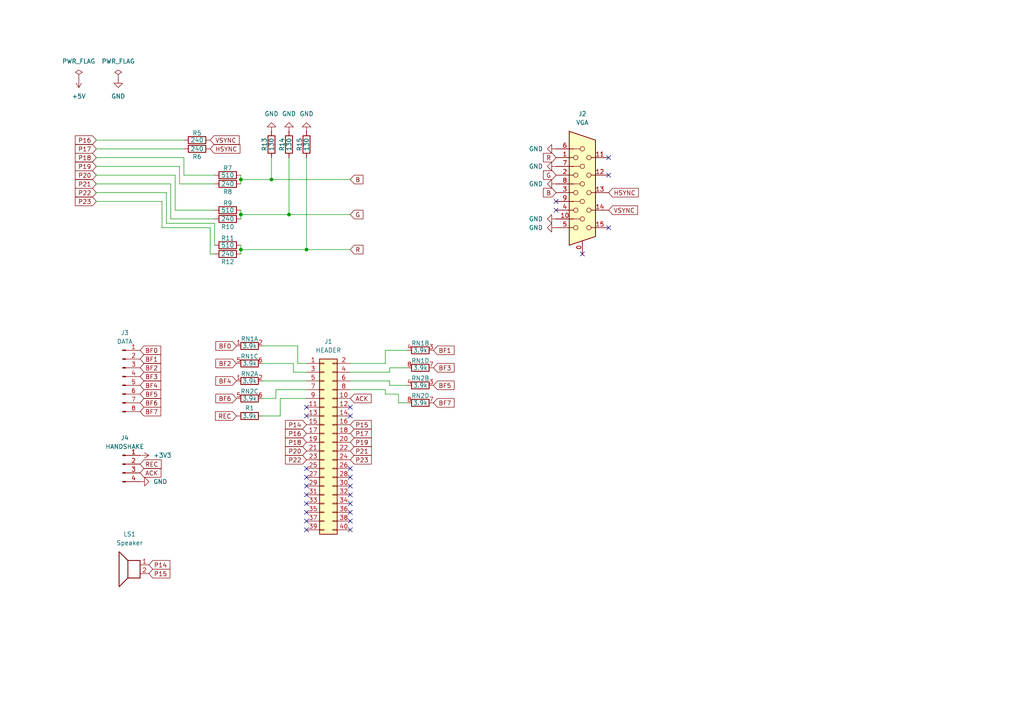
<source format=kicad_sch>
(kicad_sch
	(version 20231120)
	(generator "eeschema")
	(generator_version "8.0")
	(uuid "68d9e336-094e-4def-a139-3412ac01f132")
	(paper "A4")
	(title_block
		(title "Propeller VGA board for ByteCradle 6502 / Prototype")
		(date "2025-02-08")
		(rev "0")
	)
	(lib_symbols
		(symbol "Connector:Conn_01x04_Pin"
			(pin_names
				(offset 1.016) hide)
			(exclude_from_sim no)
			(in_bom yes)
			(on_board yes)
			(property "Reference" "J"
				(at 0 5.08 0)
				(effects
					(font
						(size 1.27 1.27)
					)
				)
			)
			(property "Value" "Conn_01x04_Pin"
				(at 0 -7.62 0)
				(effects
					(font
						(size 1.27 1.27)
					)
				)
			)
			(property "Footprint" ""
				(at 0 0 0)
				(effects
					(font
						(size 1.27 1.27)
					)
					(hide yes)
				)
			)
			(property "Datasheet" "~"
				(at 0 0 0)
				(effects
					(font
						(size 1.27 1.27)
					)
					(hide yes)
				)
			)
			(property "Description" "Generic connector, single row, 01x04, script generated"
				(at 0 0 0)
				(effects
					(font
						(size 1.27 1.27)
					)
					(hide yes)
				)
			)
			(property "ki_locked" ""
				(at 0 0 0)
				(effects
					(font
						(size 1.27 1.27)
					)
				)
			)
			(property "ki_keywords" "connector"
				(at 0 0 0)
				(effects
					(font
						(size 1.27 1.27)
					)
					(hide yes)
				)
			)
			(property "ki_fp_filters" "Connector*:*_1x??_*"
				(at 0 0 0)
				(effects
					(font
						(size 1.27 1.27)
					)
					(hide yes)
				)
			)
			(symbol "Conn_01x04_Pin_1_1"
				(polyline
					(pts
						(xy 1.27 -5.08) (xy 0.8636 -5.08)
					)
					(stroke
						(width 0.1524)
						(type default)
					)
					(fill
						(type none)
					)
				)
				(polyline
					(pts
						(xy 1.27 -2.54) (xy 0.8636 -2.54)
					)
					(stroke
						(width 0.1524)
						(type default)
					)
					(fill
						(type none)
					)
				)
				(polyline
					(pts
						(xy 1.27 0) (xy 0.8636 0)
					)
					(stroke
						(width 0.1524)
						(type default)
					)
					(fill
						(type none)
					)
				)
				(polyline
					(pts
						(xy 1.27 2.54) (xy 0.8636 2.54)
					)
					(stroke
						(width 0.1524)
						(type default)
					)
					(fill
						(type none)
					)
				)
				(rectangle
					(start 0.8636 -4.953)
					(end 0 -5.207)
					(stroke
						(width 0.1524)
						(type default)
					)
					(fill
						(type outline)
					)
				)
				(rectangle
					(start 0.8636 -2.413)
					(end 0 -2.667)
					(stroke
						(width 0.1524)
						(type default)
					)
					(fill
						(type outline)
					)
				)
				(rectangle
					(start 0.8636 0.127)
					(end 0 -0.127)
					(stroke
						(width 0.1524)
						(type default)
					)
					(fill
						(type outline)
					)
				)
				(rectangle
					(start 0.8636 2.667)
					(end 0 2.413)
					(stroke
						(width 0.1524)
						(type default)
					)
					(fill
						(type outline)
					)
				)
				(pin passive line
					(at 5.08 2.54 180)
					(length 3.81)
					(name "Pin_1"
						(effects
							(font
								(size 1.27 1.27)
							)
						)
					)
					(number "1"
						(effects
							(font
								(size 1.27 1.27)
							)
						)
					)
				)
				(pin passive line
					(at 5.08 0 180)
					(length 3.81)
					(name "Pin_2"
						(effects
							(font
								(size 1.27 1.27)
							)
						)
					)
					(number "2"
						(effects
							(font
								(size 1.27 1.27)
							)
						)
					)
				)
				(pin passive line
					(at 5.08 -2.54 180)
					(length 3.81)
					(name "Pin_3"
						(effects
							(font
								(size 1.27 1.27)
							)
						)
					)
					(number "3"
						(effects
							(font
								(size 1.27 1.27)
							)
						)
					)
				)
				(pin passive line
					(at 5.08 -5.08 180)
					(length 3.81)
					(name "Pin_4"
						(effects
							(font
								(size 1.27 1.27)
							)
						)
					)
					(number "4"
						(effects
							(font
								(size 1.27 1.27)
							)
						)
					)
				)
			)
		)
		(symbol "Connector:Conn_01x08_Pin"
			(pin_names
				(offset 1.016) hide)
			(exclude_from_sim no)
			(in_bom yes)
			(on_board yes)
			(property "Reference" "J"
				(at 0 10.16 0)
				(effects
					(font
						(size 1.27 1.27)
					)
				)
			)
			(property "Value" "Conn_01x08_Pin"
				(at 0 -12.7 0)
				(effects
					(font
						(size 1.27 1.27)
					)
				)
			)
			(property "Footprint" ""
				(at 0 0 0)
				(effects
					(font
						(size 1.27 1.27)
					)
					(hide yes)
				)
			)
			(property "Datasheet" "~"
				(at 0 0 0)
				(effects
					(font
						(size 1.27 1.27)
					)
					(hide yes)
				)
			)
			(property "Description" "Generic connector, single row, 01x08, script generated"
				(at 0 0 0)
				(effects
					(font
						(size 1.27 1.27)
					)
					(hide yes)
				)
			)
			(property "ki_locked" ""
				(at 0 0 0)
				(effects
					(font
						(size 1.27 1.27)
					)
				)
			)
			(property "ki_keywords" "connector"
				(at 0 0 0)
				(effects
					(font
						(size 1.27 1.27)
					)
					(hide yes)
				)
			)
			(property "ki_fp_filters" "Connector*:*_1x??_*"
				(at 0 0 0)
				(effects
					(font
						(size 1.27 1.27)
					)
					(hide yes)
				)
			)
			(symbol "Conn_01x08_Pin_1_1"
				(polyline
					(pts
						(xy 1.27 -10.16) (xy 0.8636 -10.16)
					)
					(stroke
						(width 0.1524)
						(type default)
					)
					(fill
						(type none)
					)
				)
				(polyline
					(pts
						(xy 1.27 -7.62) (xy 0.8636 -7.62)
					)
					(stroke
						(width 0.1524)
						(type default)
					)
					(fill
						(type none)
					)
				)
				(polyline
					(pts
						(xy 1.27 -5.08) (xy 0.8636 -5.08)
					)
					(stroke
						(width 0.1524)
						(type default)
					)
					(fill
						(type none)
					)
				)
				(polyline
					(pts
						(xy 1.27 -2.54) (xy 0.8636 -2.54)
					)
					(stroke
						(width 0.1524)
						(type default)
					)
					(fill
						(type none)
					)
				)
				(polyline
					(pts
						(xy 1.27 0) (xy 0.8636 0)
					)
					(stroke
						(width 0.1524)
						(type default)
					)
					(fill
						(type none)
					)
				)
				(polyline
					(pts
						(xy 1.27 2.54) (xy 0.8636 2.54)
					)
					(stroke
						(width 0.1524)
						(type default)
					)
					(fill
						(type none)
					)
				)
				(polyline
					(pts
						(xy 1.27 5.08) (xy 0.8636 5.08)
					)
					(stroke
						(width 0.1524)
						(type default)
					)
					(fill
						(type none)
					)
				)
				(polyline
					(pts
						(xy 1.27 7.62) (xy 0.8636 7.62)
					)
					(stroke
						(width 0.1524)
						(type default)
					)
					(fill
						(type none)
					)
				)
				(rectangle
					(start 0.8636 -10.033)
					(end 0 -10.287)
					(stroke
						(width 0.1524)
						(type default)
					)
					(fill
						(type outline)
					)
				)
				(rectangle
					(start 0.8636 -7.493)
					(end 0 -7.747)
					(stroke
						(width 0.1524)
						(type default)
					)
					(fill
						(type outline)
					)
				)
				(rectangle
					(start 0.8636 -4.953)
					(end 0 -5.207)
					(stroke
						(width 0.1524)
						(type default)
					)
					(fill
						(type outline)
					)
				)
				(rectangle
					(start 0.8636 -2.413)
					(end 0 -2.667)
					(stroke
						(width 0.1524)
						(type default)
					)
					(fill
						(type outline)
					)
				)
				(rectangle
					(start 0.8636 0.127)
					(end 0 -0.127)
					(stroke
						(width 0.1524)
						(type default)
					)
					(fill
						(type outline)
					)
				)
				(rectangle
					(start 0.8636 2.667)
					(end 0 2.413)
					(stroke
						(width 0.1524)
						(type default)
					)
					(fill
						(type outline)
					)
				)
				(rectangle
					(start 0.8636 5.207)
					(end 0 4.953)
					(stroke
						(width 0.1524)
						(type default)
					)
					(fill
						(type outline)
					)
				)
				(rectangle
					(start 0.8636 7.747)
					(end 0 7.493)
					(stroke
						(width 0.1524)
						(type default)
					)
					(fill
						(type outline)
					)
				)
				(pin passive line
					(at 5.08 7.62 180)
					(length 3.81)
					(name "Pin_1"
						(effects
							(font
								(size 1.27 1.27)
							)
						)
					)
					(number "1"
						(effects
							(font
								(size 1.27 1.27)
							)
						)
					)
				)
				(pin passive line
					(at 5.08 5.08 180)
					(length 3.81)
					(name "Pin_2"
						(effects
							(font
								(size 1.27 1.27)
							)
						)
					)
					(number "2"
						(effects
							(font
								(size 1.27 1.27)
							)
						)
					)
				)
				(pin passive line
					(at 5.08 2.54 180)
					(length 3.81)
					(name "Pin_3"
						(effects
							(font
								(size 1.27 1.27)
							)
						)
					)
					(number "3"
						(effects
							(font
								(size 1.27 1.27)
							)
						)
					)
				)
				(pin passive line
					(at 5.08 0 180)
					(length 3.81)
					(name "Pin_4"
						(effects
							(font
								(size 1.27 1.27)
							)
						)
					)
					(number "4"
						(effects
							(font
								(size 1.27 1.27)
							)
						)
					)
				)
				(pin passive line
					(at 5.08 -2.54 180)
					(length 3.81)
					(name "Pin_5"
						(effects
							(font
								(size 1.27 1.27)
							)
						)
					)
					(number "5"
						(effects
							(font
								(size 1.27 1.27)
							)
						)
					)
				)
				(pin passive line
					(at 5.08 -5.08 180)
					(length 3.81)
					(name "Pin_6"
						(effects
							(font
								(size 1.27 1.27)
							)
						)
					)
					(number "6"
						(effects
							(font
								(size 1.27 1.27)
							)
						)
					)
				)
				(pin passive line
					(at 5.08 -7.62 180)
					(length 3.81)
					(name "Pin_7"
						(effects
							(font
								(size 1.27 1.27)
							)
						)
					)
					(number "7"
						(effects
							(font
								(size 1.27 1.27)
							)
						)
					)
				)
				(pin passive line
					(at 5.08 -10.16 180)
					(length 3.81)
					(name "Pin_8"
						(effects
							(font
								(size 1.27 1.27)
							)
						)
					)
					(number "8"
						(effects
							(font
								(size 1.27 1.27)
							)
						)
					)
				)
			)
		)
		(symbol "Connector:DE15_Receptacle_HighDensity_MountingHoles"
			(pin_names
				(offset 1.016) hide)
			(exclude_from_sim no)
			(in_bom yes)
			(on_board yes)
			(property "Reference" "J"
				(at 0 21.59 0)
				(effects
					(font
						(size 1.27 1.27)
					)
				)
			)
			(property "Value" "DE15_Receptacle_HighDensity_MountingHoles"
				(at 0 19.05 0)
				(effects
					(font
						(size 1.27 1.27)
					)
				)
			)
			(property "Footprint" ""
				(at -24.13 10.16 0)
				(effects
					(font
						(size 1.27 1.27)
					)
					(hide yes)
				)
			)
			(property "Datasheet" " ~"
				(at -24.13 10.16 0)
				(effects
					(font
						(size 1.27 1.27)
					)
					(hide yes)
				)
			)
			(property "Description" "15-pin female receptacle socket D-SUB connector, High density (3 columns), Triple Row, Generic, VGA-connector, Mounting Hole"
				(at 0 0 0)
				(effects
					(font
						(size 1.27 1.27)
					)
					(hide yes)
				)
			)
			(property "ki_keywords" "connector receptacle de15 female D-SUB VGA"
				(at 0 0 0)
				(effects
					(font
						(size 1.27 1.27)
					)
					(hide yes)
				)
			)
			(property "ki_fp_filters" "DSUB*Female*"
				(at 0 0 0)
				(effects
					(font
						(size 1.27 1.27)
					)
					(hide yes)
				)
			)
			(symbol "DE15_Receptacle_HighDensity_MountingHoles_0_1"
				(circle
					(center -1.905 -10.16)
					(radius 0.635)
					(stroke
						(width 0)
						(type default)
					)
					(fill
						(type none)
					)
				)
				(circle
					(center -1.905 -5.08)
					(radius 0.635)
					(stroke
						(width 0)
						(type default)
					)
					(fill
						(type none)
					)
				)
				(circle
					(center -1.905 0)
					(radius 0.635)
					(stroke
						(width 0)
						(type default)
					)
					(fill
						(type none)
					)
				)
				(circle
					(center -1.905 5.08)
					(radius 0.635)
					(stroke
						(width 0)
						(type default)
					)
					(fill
						(type none)
					)
				)
				(circle
					(center -1.905 10.16)
					(radius 0.635)
					(stroke
						(width 0)
						(type default)
					)
					(fill
						(type none)
					)
				)
				(circle
					(center 0 -7.62)
					(radius 0.635)
					(stroke
						(width 0)
						(type default)
					)
					(fill
						(type none)
					)
				)
				(circle
					(center 0 -2.54)
					(radius 0.635)
					(stroke
						(width 0)
						(type default)
					)
					(fill
						(type none)
					)
				)
				(polyline
					(pts
						(xy -3.175 7.62) (xy -0.635 7.62)
					)
					(stroke
						(width 0)
						(type default)
					)
					(fill
						(type none)
					)
				)
				(polyline
					(pts
						(xy -0.635 -7.62) (xy -3.175 -7.62)
					)
					(stroke
						(width 0)
						(type default)
					)
					(fill
						(type none)
					)
				)
				(polyline
					(pts
						(xy -0.635 -2.54) (xy -3.175 -2.54)
					)
					(stroke
						(width 0)
						(type default)
					)
					(fill
						(type none)
					)
				)
				(polyline
					(pts
						(xy -0.635 2.54) (xy -3.175 2.54)
					)
					(stroke
						(width 0)
						(type default)
					)
					(fill
						(type none)
					)
				)
				(polyline
					(pts
						(xy -0.635 12.7) (xy -3.175 12.7)
					)
					(stroke
						(width 0)
						(type default)
					)
					(fill
						(type none)
					)
				)
				(polyline
					(pts
						(xy -3.81 17.78) (xy -3.81 -15.24) (xy 3.81 -12.7) (xy 3.81 15.24) (xy -3.81 17.78)
					)
					(stroke
						(width 0.254)
						(type default)
					)
					(fill
						(type background)
					)
				)
				(circle
					(center 0 2.54)
					(radius 0.635)
					(stroke
						(width 0)
						(type default)
					)
					(fill
						(type none)
					)
				)
				(circle
					(center 0 7.62)
					(radius 0.635)
					(stroke
						(width 0)
						(type default)
					)
					(fill
						(type none)
					)
				)
				(circle
					(center 0 12.7)
					(radius 0.635)
					(stroke
						(width 0)
						(type default)
					)
					(fill
						(type none)
					)
				)
				(circle
					(center 1.905 -10.16)
					(radius 0.635)
					(stroke
						(width 0)
						(type default)
					)
					(fill
						(type none)
					)
				)
				(circle
					(center 1.905 -5.08)
					(radius 0.635)
					(stroke
						(width 0)
						(type default)
					)
					(fill
						(type none)
					)
				)
				(circle
					(center 1.905 0)
					(radius 0.635)
					(stroke
						(width 0)
						(type default)
					)
					(fill
						(type none)
					)
				)
				(circle
					(center 1.905 5.08)
					(radius 0.635)
					(stroke
						(width 0)
						(type default)
					)
					(fill
						(type none)
					)
				)
				(circle
					(center 1.905 10.16)
					(radius 0.635)
					(stroke
						(width 0)
						(type default)
					)
					(fill
						(type none)
					)
				)
			)
			(symbol "DE15_Receptacle_HighDensity_MountingHoles_1_1"
				(pin passive line
					(at 0 -17.78 90)
					(length 3.81)
					(name "~"
						(effects
							(font
								(size 1.27 1.27)
							)
						)
					)
					(number "0"
						(effects
							(font
								(size 1.27 1.27)
							)
						)
					)
				)
				(pin passive line
					(at -7.62 10.16 0)
					(length 5.08)
					(name "~"
						(effects
							(font
								(size 1.27 1.27)
							)
						)
					)
					(number "1"
						(effects
							(font
								(size 1.27 1.27)
							)
						)
					)
				)
				(pin passive line
					(at -7.62 -7.62 0)
					(length 5.08)
					(name "~"
						(effects
							(font
								(size 1.27 1.27)
							)
						)
					)
					(number "10"
						(effects
							(font
								(size 1.27 1.27)
							)
						)
					)
				)
				(pin passive line
					(at 7.62 10.16 180)
					(length 5.08)
					(name "~"
						(effects
							(font
								(size 1.27 1.27)
							)
						)
					)
					(number "11"
						(effects
							(font
								(size 1.27 1.27)
							)
						)
					)
				)
				(pin passive line
					(at 7.62 5.08 180)
					(length 5.08)
					(name "~"
						(effects
							(font
								(size 1.27 1.27)
							)
						)
					)
					(number "12"
						(effects
							(font
								(size 1.27 1.27)
							)
						)
					)
				)
				(pin passive line
					(at 7.62 0 180)
					(length 5.08)
					(name "~"
						(effects
							(font
								(size 1.27 1.27)
							)
						)
					)
					(number "13"
						(effects
							(font
								(size 1.27 1.27)
							)
						)
					)
				)
				(pin passive line
					(at 7.62 -5.08 180)
					(length 5.08)
					(name "~"
						(effects
							(font
								(size 1.27 1.27)
							)
						)
					)
					(number "14"
						(effects
							(font
								(size 1.27 1.27)
							)
						)
					)
				)
				(pin passive line
					(at 7.62 -10.16 180)
					(length 5.08)
					(name "~"
						(effects
							(font
								(size 1.27 1.27)
							)
						)
					)
					(number "15"
						(effects
							(font
								(size 1.27 1.27)
							)
						)
					)
				)
				(pin passive line
					(at -7.62 5.08 0)
					(length 5.08)
					(name "~"
						(effects
							(font
								(size 1.27 1.27)
							)
						)
					)
					(number "2"
						(effects
							(font
								(size 1.27 1.27)
							)
						)
					)
				)
				(pin passive line
					(at -7.62 0 0)
					(length 5.08)
					(name "~"
						(effects
							(font
								(size 1.27 1.27)
							)
						)
					)
					(number "3"
						(effects
							(font
								(size 1.27 1.27)
							)
						)
					)
				)
				(pin passive line
					(at -7.62 -5.08 0)
					(length 5.08)
					(name "~"
						(effects
							(font
								(size 1.27 1.27)
							)
						)
					)
					(number "4"
						(effects
							(font
								(size 1.27 1.27)
							)
						)
					)
				)
				(pin passive line
					(at -7.62 -10.16 0)
					(length 5.08)
					(name "~"
						(effects
							(font
								(size 1.27 1.27)
							)
						)
					)
					(number "5"
						(effects
							(font
								(size 1.27 1.27)
							)
						)
					)
				)
				(pin passive line
					(at -7.62 12.7 0)
					(length 5.08)
					(name "~"
						(effects
							(font
								(size 1.27 1.27)
							)
						)
					)
					(number "6"
						(effects
							(font
								(size 1.27 1.27)
							)
						)
					)
				)
				(pin passive line
					(at -7.62 7.62 0)
					(length 5.08)
					(name "~"
						(effects
							(font
								(size 1.27 1.27)
							)
						)
					)
					(number "7"
						(effects
							(font
								(size 1.27 1.27)
							)
						)
					)
				)
				(pin passive line
					(at -7.62 2.54 0)
					(length 5.08)
					(name "~"
						(effects
							(font
								(size 1.27 1.27)
							)
						)
					)
					(number "8"
						(effects
							(font
								(size 1.27 1.27)
							)
						)
					)
				)
				(pin passive line
					(at -7.62 -2.54 0)
					(length 5.08)
					(name "~"
						(effects
							(font
								(size 1.27 1.27)
							)
						)
					)
					(number "9"
						(effects
							(font
								(size 1.27 1.27)
							)
						)
					)
				)
			)
		)
		(symbol "Connector_Generic:Conn_02x20_Odd_Even"
			(pin_names
				(offset 1.016) hide)
			(exclude_from_sim no)
			(in_bom yes)
			(on_board yes)
			(property "Reference" "J"
				(at 1.27 25.4 0)
				(effects
					(font
						(size 1.27 1.27)
					)
				)
			)
			(property "Value" "Conn_02x20_Odd_Even"
				(at 1.27 -27.94 0)
				(effects
					(font
						(size 1.27 1.27)
					)
				)
			)
			(property "Footprint" ""
				(at 0 0 0)
				(effects
					(font
						(size 1.27 1.27)
					)
					(hide yes)
				)
			)
			(property "Datasheet" "~"
				(at 0 0 0)
				(effects
					(font
						(size 1.27 1.27)
					)
					(hide yes)
				)
			)
			(property "Description" "Generic connector, double row, 02x20, odd/even pin numbering scheme (row 1 odd numbers, row 2 even numbers), script generated (kicad-library-utils/schlib/autogen/connector/)"
				(at 0 0 0)
				(effects
					(font
						(size 1.27 1.27)
					)
					(hide yes)
				)
			)
			(property "ki_keywords" "connector"
				(at 0 0 0)
				(effects
					(font
						(size 1.27 1.27)
					)
					(hide yes)
				)
			)
			(property "ki_fp_filters" "Connector*:*_2x??_*"
				(at 0 0 0)
				(effects
					(font
						(size 1.27 1.27)
					)
					(hide yes)
				)
			)
			(symbol "Conn_02x20_Odd_Even_1_1"
				(rectangle
					(start -1.27 -25.273)
					(end 0 -25.527)
					(stroke
						(width 0.1524)
						(type default)
					)
					(fill
						(type none)
					)
				)
				(rectangle
					(start -1.27 -22.733)
					(end 0 -22.987)
					(stroke
						(width 0.1524)
						(type default)
					)
					(fill
						(type none)
					)
				)
				(rectangle
					(start -1.27 -20.193)
					(end 0 -20.447)
					(stroke
						(width 0.1524)
						(type default)
					)
					(fill
						(type none)
					)
				)
				(rectangle
					(start -1.27 -17.653)
					(end 0 -17.907)
					(stroke
						(width 0.1524)
						(type default)
					)
					(fill
						(type none)
					)
				)
				(rectangle
					(start -1.27 -15.113)
					(end 0 -15.367)
					(stroke
						(width 0.1524)
						(type default)
					)
					(fill
						(type none)
					)
				)
				(rectangle
					(start -1.27 -12.573)
					(end 0 -12.827)
					(stroke
						(width 0.1524)
						(type default)
					)
					(fill
						(type none)
					)
				)
				(rectangle
					(start -1.27 -10.033)
					(end 0 -10.287)
					(stroke
						(width 0.1524)
						(type default)
					)
					(fill
						(type none)
					)
				)
				(rectangle
					(start -1.27 -7.493)
					(end 0 -7.747)
					(stroke
						(width 0.1524)
						(type default)
					)
					(fill
						(type none)
					)
				)
				(rectangle
					(start -1.27 -4.953)
					(end 0 -5.207)
					(stroke
						(width 0.1524)
						(type default)
					)
					(fill
						(type none)
					)
				)
				(rectangle
					(start -1.27 -2.413)
					(end 0 -2.667)
					(stroke
						(width 0.1524)
						(type default)
					)
					(fill
						(type none)
					)
				)
				(rectangle
					(start -1.27 0.127)
					(end 0 -0.127)
					(stroke
						(width 0.1524)
						(type default)
					)
					(fill
						(type none)
					)
				)
				(rectangle
					(start -1.27 2.667)
					(end 0 2.413)
					(stroke
						(width 0.1524)
						(type default)
					)
					(fill
						(type none)
					)
				)
				(rectangle
					(start -1.27 5.207)
					(end 0 4.953)
					(stroke
						(width 0.1524)
						(type default)
					)
					(fill
						(type none)
					)
				)
				(rectangle
					(start -1.27 7.747)
					(end 0 7.493)
					(stroke
						(width 0.1524)
						(type default)
					)
					(fill
						(type none)
					)
				)
				(rectangle
					(start -1.27 10.287)
					(end 0 10.033)
					(stroke
						(width 0.1524)
						(type default)
					)
					(fill
						(type none)
					)
				)
				(rectangle
					(start -1.27 12.827)
					(end 0 12.573)
					(stroke
						(width 0.1524)
						(type default)
					)
					(fill
						(type none)
					)
				)
				(rectangle
					(start -1.27 15.367)
					(end 0 15.113)
					(stroke
						(width 0.1524)
						(type default)
					)
					(fill
						(type none)
					)
				)
				(rectangle
					(start -1.27 17.907)
					(end 0 17.653)
					(stroke
						(width 0.1524)
						(type default)
					)
					(fill
						(type none)
					)
				)
				(rectangle
					(start -1.27 20.447)
					(end 0 20.193)
					(stroke
						(width 0.1524)
						(type default)
					)
					(fill
						(type none)
					)
				)
				(rectangle
					(start -1.27 22.987)
					(end 0 22.733)
					(stroke
						(width 0.1524)
						(type default)
					)
					(fill
						(type none)
					)
				)
				(rectangle
					(start -1.27 24.13)
					(end 3.81 -26.67)
					(stroke
						(width 0.254)
						(type default)
					)
					(fill
						(type background)
					)
				)
				(rectangle
					(start 3.81 -25.273)
					(end 2.54 -25.527)
					(stroke
						(width 0.1524)
						(type default)
					)
					(fill
						(type none)
					)
				)
				(rectangle
					(start 3.81 -22.733)
					(end 2.54 -22.987)
					(stroke
						(width 0.1524)
						(type default)
					)
					(fill
						(type none)
					)
				)
				(rectangle
					(start 3.81 -20.193)
					(end 2.54 -20.447)
					(stroke
						(width 0.1524)
						(type default)
					)
					(fill
						(type none)
					)
				)
				(rectangle
					(start 3.81 -17.653)
					(end 2.54 -17.907)
					(stroke
						(width 0.1524)
						(type default)
					)
					(fill
						(type none)
					)
				)
				(rectangle
					(start 3.81 -15.113)
					(end 2.54 -15.367)
					(stroke
						(width 0.1524)
						(type default)
					)
					(fill
						(type none)
					)
				)
				(rectangle
					(start 3.81 -12.573)
					(end 2.54 -12.827)
					(stroke
						(width 0.1524)
						(type default)
					)
					(fill
						(type none)
					)
				)
				(rectangle
					(start 3.81 -10.033)
					(end 2.54 -10.287)
					(stroke
						(width 0.1524)
						(type default)
					)
					(fill
						(type none)
					)
				)
				(rectangle
					(start 3.81 -7.493)
					(end 2.54 -7.747)
					(stroke
						(width 0.1524)
						(type default)
					)
					(fill
						(type none)
					)
				)
				(rectangle
					(start 3.81 -4.953)
					(end 2.54 -5.207)
					(stroke
						(width 0.1524)
						(type default)
					)
					(fill
						(type none)
					)
				)
				(rectangle
					(start 3.81 -2.413)
					(end 2.54 -2.667)
					(stroke
						(width 0.1524)
						(type default)
					)
					(fill
						(type none)
					)
				)
				(rectangle
					(start 3.81 0.127)
					(end 2.54 -0.127)
					(stroke
						(width 0.1524)
						(type default)
					)
					(fill
						(type none)
					)
				)
				(rectangle
					(start 3.81 2.667)
					(end 2.54 2.413)
					(stroke
						(width 0.1524)
						(type default)
					)
					(fill
						(type none)
					)
				)
				(rectangle
					(start 3.81 5.207)
					(end 2.54 4.953)
					(stroke
						(width 0.1524)
						(type default)
					)
					(fill
						(type none)
					)
				)
				(rectangle
					(start 3.81 7.747)
					(end 2.54 7.493)
					(stroke
						(width 0.1524)
						(type default)
					)
					(fill
						(type none)
					)
				)
				(rectangle
					(start 3.81 10.287)
					(end 2.54 10.033)
					(stroke
						(width 0.1524)
						(type default)
					)
					(fill
						(type none)
					)
				)
				(rectangle
					(start 3.81 12.827)
					(end 2.54 12.573)
					(stroke
						(width 0.1524)
						(type default)
					)
					(fill
						(type none)
					)
				)
				(rectangle
					(start 3.81 15.367)
					(end 2.54 15.113)
					(stroke
						(width 0.1524)
						(type default)
					)
					(fill
						(type none)
					)
				)
				(rectangle
					(start 3.81 17.907)
					(end 2.54 17.653)
					(stroke
						(width 0.1524)
						(type default)
					)
					(fill
						(type none)
					)
				)
				(rectangle
					(start 3.81 20.447)
					(end 2.54 20.193)
					(stroke
						(width 0.1524)
						(type default)
					)
					(fill
						(type none)
					)
				)
				(rectangle
					(start 3.81 22.987)
					(end 2.54 22.733)
					(stroke
						(width 0.1524)
						(type default)
					)
					(fill
						(type none)
					)
				)
				(pin passive line
					(at -5.08 22.86 0)
					(length 3.81)
					(name "Pin_1"
						(effects
							(font
								(size 1.27 1.27)
							)
						)
					)
					(number "1"
						(effects
							(font
								(size 1.27 1.27)
							)
						)
					)
				)
				(pin passive line
					(at 7.62 12.7 180)
					(length 3.81)
					(name "Pin_10"
						(effects
							(font
								(size 1.27 1.27)
							)
						)
					)
					(number "10"
						(effects
							(font
								(size 1.27 1.27)
							)
						)
					)
				)
				(pin passive line
					(at -5.08 10.16 0)
					(length 3.81)
					(name "Pin_11"
						(effects
							(font
								(size 1.27 1.27)
							)
						)
					)
					(number "11"
						(effects
							(font
								(size 1.27 1.27)
							)
						)
					)
				)
				(pin passive line
					(at 7.62 10.16 180)
					(length 3.81)
					(name "Pin_12"
						(effects
							(font
								(size 1.27 1.27)
							)
						)
					)
					(number "12"
						(effects
							(font
								(size 1.27 1.27)
							)
						)
					)
				)
				(pin passive line
					(at -5.08 7.62 0)
					(length 3.81)
					(name "Pin_13"
						(effects
							(font
								(size 1.27 1.27)
							)
						)
					)
					(number "13"
						(effects
							(font
								(size 1.27 1.27)
							)
						)
					)
				)
				(pin passive line
					(at 7.62 7.62 180)
					(length 3.81)
					(name "Pin_14"
						(effects
							(font
								(size 1.27 1.27)
							)
						)
					)
					(number "14"
						(effects
							(font
								(size 1.27 1.27)
							)
						)
					)
				)
				(pin passive line
					(at -5.08 5.08 0)
					(length 3.81)
					(name "Pin_15"
						(effects
							(font
								(size 1.27 1.27)
							)
						)
					)
					(number "15"
						(effects
							(font
								(size 1.27 1.27)
							)
						)
					)
				)
				(pin passive line
					(at 7.62 5.08 180)
					(length 3.81)
					(name "Pin_16"
						(effects
							(font
								(size 1.27 1.27)
							)
						)
					)
					(number "16"
						(effects
							(font
								(size 1.27 1.27)
							)
						)
					)
				)
				(pin passive line
					(at -5.08 2.54 0)
					(length 3.81)
					(name "Pin_17"
						(effects
							(font
								(size 1.27 1.27)
							)
						)
					)
					(number "17"
						(effects
							(font
								(size 1.27 1.27)
							)
						)
					)
				)
				(pin passive line
					(at 7.62 2.54 180)
					(length 3.81)
					(name "Pin_18"
						(effects
							(font
								(size 1.27 1.27)
							)
						)
					)
					(number "18"
						(effects
							(font
								(size 1.27 1.27)
							)
						)
					)
				)
				(pin passive line
					(at -5.08 0 0)
					(length 3.81)
					(name "Pin_19"
						(effects
							(font
								(size 1.27 1.27)
							)
						)
					)
					(number "19"
						(effects
							(font
								(size 1.27 1.27)
							)
						)
					)
				)
				(pin passive line
					(at 7.62 22.86 180)
					(length 3.81)
					(name "Pin_2"
						(effects
							(font
								(size 1.27 1.27)
							)
						)
					)
					(number "2"
						(effects
							(font
								(size 1.27 1.27)
							)
						)
					)
				)
				(pin passive line
					(at 7.62 0 180)
					(length 3.81)
					(name "Pin_20"
						(effects
							(font
								(size 1.27 1.27)
							)
						)
					)
					(number "20"
						(effects
							(font
								(size 1.27 1.27)
							)
						)
					)
				)
				(pin passive line
					(at -5.08 -2.54 0)
					(length 3.81)
					(name "Pin_21"
						(effects
							(font
								(size 1.27 1.27)
							)
						)
					)
					(number "21"
						(effects
							(font
								(size 1.27 1.27)
							)
						)
					)
				)
				(pin passive line
					(at 7.62 -2.54 180)
					(length 3.81)
					(name "Pin_22"
						(effects
							(font
								(size 1.27 1.27)
							)
						)
					)
					(number "22"
						(effects
							(font
								(size 1.27 1.27)
							)
						)
					)
				)
				(pin passive line
					(at -5.08 -5.08 0)
					(length 3.81)
					(name "Pin_23"
						(effects
							(font
								(size 1.27 1.27)
							)
						)
					)
					(number "23"
						(effects
							(font
								(size 1.27 1.27)
							)
						)
					)
				)
				(pin passive line
					(at 7.62 -5.08 180)
					(length 3.81)
					(name "Pin_24"
						(effects
							(font
								(size 1.27 1.27)
							)
						)
					)
					(number "24"
						(effects
							(font
								(size 1.27 1.27)
							)
						)
					)
				)
				(pin passive line
					(at -5.08 -7.62 0)
					(length 3.81)
					(name "Pin_25"
						(effects
							(font
								(size 1.27 1.27)
							)
						)
					)
					(number "25"
						(effects
							(font
								(size 1.27 1.27)
							)
						)
					)
				)
				(pin passive line
					(at 7.62 -7.62 180)
					(length 3.81)
					(name "Pin_26"
						(effects
							(font
								(size 1.27 1.27)
							)
						)
					)
					(number "26"
						(effects
							(font
								(size 1.27 1.27)
							)
						)
					)
				)
				(pin passive line
					(at -5.08 -10.16 0)
					(length 3.81)
					(name "Pin_27"
						(effects
							(font
								(size 1.27 1.27)
							)
						)
					)
					(number "27"
						(effects
							(font
								(size 1.27 1.27)
							)
						)
					)
				)
				(pin passive line
					(at 7.62 -10.16 180)
					(length 3.81)
					(name "Pin_28"
						(effects
							(font
								(size 1.27 1.27)
							)
						)
					)
					(number "28"
						(effects
							(font
								(size 1.27 1.27)
							)
						)
					)
				)
				(pin passive line
					(at -5.08 -12.7 0)
					(length 3.81)
					(name "Pin_29"
						(effects
							(font
								(size 1.27 1.27)
							)
						)
					)
					(number "29"
						(effects
							(font
								(size 1.27 1.27)
							)
						)
					)
				)
				(pin passive line
					(at -5.08 20.32 0)
					(length 3.81)
					(name "Pin_3"
						(effects
							(font
								(size 1.27 1.27)
							)
						)
					)
					(number "3"
						(effects
							(font
								(size 1.27 1.27)
							)
						)
					)
				)
				(pin passive line
					(at 7.62 -12.7 180)
					(length 3.81)
					(name "Pin_30"
						(effects
							(font
								(size 1.27 1.27)
							)
						)
					)
					(number "30"
						(effects
							(font
								(size 1.27 1.27)
							)
						)
					)
				)
				(pin passive line
					(at -5.08 -15.24 0)
					(length 3.81)
					(name "Pin_31"
						(effects
							(font
								(size 1.27 1.27)
							)
						)
					)
					(number "31"
						(effects
							(font
								(size 1.27 1.27)
							)
						)
					)
				)
				(pin passive line
					(at 7.62 -15.24 180)
					(length 3.81)
					(name "Pin_32"
						(effects
							(font
								(size 1.27 1.27)
							)
						)
					)
					(number "32"
						(effects
							(font
								(size 1.27 1.27)
							)
						)
					)
				)
				(pin passive line
					(at -5.08 -17.78 0)
					(length 3.81)
					(name "Pin_33"
						(effects
							(font
								(size 1.27 1.27)
							)
						)
					)
					(number "33"
						(effects
							(font
								(size 1.27 1.27)
							)
						)
					)
				)
				(pin passive line
					(at 7.62 -17.78 180)
					(length 3.81)
					(name "Pin_34"
						(effects
							(font
								(size 1.27 1.27)
							)
						)
					)
					(number "34"
						(effects
							(font
								(size 1.27 1.27)
							)
						)
					)
				)
				(pin passive line
					(at -5.08 -20.32 0)
					(length 3.81)
					(name "Pin_35"
						(effects
							(font
								(size 1.27 1.27)
							)
						)
					)
					(number "35"
						(effects
							(font
								(size 1.27 1.27)
							)
						)
					)
				)
				(pin passive line
					(at 7.62 -20.32 180)
					(length 3.81)
					(name "Pin_36"
						(effects
							(font
								(size 1.27 1.27)
							)
						)
					)
					(number "36"
						(effects
							(font
								(size 1.27 1.27)
							)
						)
					)
				)
				(pin passive line
					(at -5.08 -22.86 0)
					(length 3.81)
					(name "Pin_37"
						(effects
							(font
								(size 1.27 1.27)
							)
						)
					)
					(number "37"
						(effects
							(font
								(size 1.27 1.27)
							)
						)
					)
				)
				(pin passive line
					(at 7.62 -22.86 180)
					(length 3.81)
					(name "Pin_38"
						(effects
							(font
								(size 1.27 1.27)
							)
						)
					)
					(number "38"
						(effects
							(font
								(size 1.27 1.27)
							)
						)
					)
				)
				(pin passive line
					(at -5.08 -25.4 0)
					(length 3.81)
					(name "Pin_39"
						(effects
							(font
								(size 1.27 1.27)
							)
						)
					)
					(number "39"
						(effects
							(font
								(size 1.27 1.27)
							)
						)
					)
				)
				(pin passive line
					(at 7.62 20.32 180)
					(length 3.81)
					(name "Pin_4"
						(effects
							(font
								(size 1.27 1.27)
							)
						)
					)
					(number "4"
						(effects
							(font
								(size 1.27 1.27)
							)
						)
					)
				)
				(pin passive line
					(at 7.62 -25.4 180)
					(length 3.81)
					(name "Pin_40"
						(effects
							(font
								(size 1.27 1.27)
							)
						)
					)
					(number "40"
						(effects
							(font
								(size 1.27 1.27)
							)
						)
					)
				)
				(pin passive line
					(at -5.08 17.78 0)
					(length 3.81)
					(name "Pin_5"
						(effects
							(font
								(size 1.27 1.27)
							)
						)
					)
					(number "5"
						(effects
							(font
								(size 1.27 1.27)
							)
						)
					)
				)
				(pin passive line
					(at 7.62 17.78 180)
					(length 3.81)
					(name "Pin_6"
						(effects
							(font
								(size 1.27 1.27)
							)
						)
					)
					(number "6"
						(effects
							(font
								(size 1.27 1.27)
							)
						)
					)
				)
				(pin passive line
					(at -5.08 15.24 0)
					(length 3.81)
					(name "Pin_7"
						(effects
							(font
								(size 1.27 1.27)
							)
						)
					)
					(number "7"
						(effects
							(font
								(size 1.27 1.27)
							)
						)
					)
				)
				(pin passive line
					(at 7.62 15.24 180)
					(length 3.81)
					(name "Pin_8"
						(effects
							(font
								(size 1.27 1.27)
							)
						)
					)
					(number "8"
						(effects
							(font
								(size 1.27 1.27)
							)
						)
					)
				)
				(pin passive line
					(at -5.08 12.7 0)
					(length 3.81)
					(name "Pin_9"
						(effects
							(font
								(size 1.27 1.27)
							)
						)
					)
					(number "9"
						(effects
							(font
								(size 1.27 1.27)
							)
						)
					)
				)
			)
		)
		(symbol "Device:R"
			(pin_numbers hide)
			(pin_names
				(offset 0)
			)
			(exclude_from_sim no)
			(in_bom yes)
			(on_board yes)
			(property "Reference" "R"
				(at 2.032 0 90)
				(effects
					(font
						(size 1.27 1.27)
					)
				)
			)
			(property "Value" "R"
				(at 0 0 90)
				(effects
					(font
						(size 1.27 1.27)
					)
				)
			)
			(property "Footprint" ""
				(at -1.778 0 90)
				(effects
					(font
						(size 1.27 1.27)
					)
					(hide yes)
				)
			)
			(property "Datasheet" "~"
				(at 0 0 0)
				(effects
					(font
						(size 1.27 1.27)
					)
					(hide yes)
				)
			)
			(property "Description" "Resistor"
				(at 0 0 0)
				(effects
					(font
						(size 1.27 1.27)
					)
					(hide yes)
				)
			)
			(property "ki_keywords" "R res resistor"
				(at 0 0 0)
				(effects
					(font
						(size 1.27 1.27)
					)
					(hide yes)
				)
			)
			(property "ki_fp_filters" "R_*"
				(at 0 0 0)
				(effects
					(font
						(size 1.27 1.27)
					)
					(hide yes)
				)
			)
			(symbol "R_0_1"
				(rectangle
					(start -1.016 -2.54)
					(end 1.016 2.54)
					(stroke
						(width 0.254)
						(type default)
					)
					(fill
						(type none)
					)
				)
			)
			(symbol "R_1_1"
				(pin passive line
					(at 0 3.81 270)
					(length 1.27)
					(name "~"
						(effects
							(font
								(size 1.27 1.27)
							)
						)
					)
					(number "1"
						(effects
							(font
								(size 1.27 1.27)
							)
						)
					)
				)
				(pin passive line
					(at 0 -3.81 90)
					(length 1.27)
					(name "~"
						(effects
							(font
								(size 1.27 1.27)
							)
						)
					)
					(number "2"
						(effects
							(font
								(size 1.27 1.27)
							)
						)
					)
				)
			)
		)
		(symbol "Device:R_Pack04_SIP_Split"
			(pin_names
				(offset 0) hide)
			(exclude_from_sim no)
			(in_bom yes)
			(on_board yes)
			(property "Reference" "RN"
				(at 2.032 0 90)
				(effects
					(font
						(size 1.27 1.27)
					)
				)
			)
			(property "Value" "R_Pack04_SIP_Split"
				(at 0 0 90)
				(effects
					(font
						(size 1.27 1.27)
					)
				)
			)
			(property "Footprint" "Resistor_THT:R_Array_SIP8"
				(at -2.032 0 90)
				(effects
					(font
						(size 1.27 1.27)
					)
					(hide yes)
				)
			)
			(property "Datasheet" "http://www.vishay.com/docs/31509/csc.pdf"
				(at 0 0 0)
				(effects
					(font
						(size 1.27 1.27)
					)
					(hide yes)
				)
			)
			(property "Description" "4 resistor network, parallel topology, SIP package, split"
				(at 0 0 0)
				(effects
					(font
						(size 1.27 1.27)
					)
					(hide yes)
				)
			)
			(property "ki_keywords" "R network parallel topology isolated"
				(at 0 0 0)
				(effects
					(font
						(size 1.27 1.27)
					)
					(hide yes)
				)
			)
			(property "ki_fp_filters" "R?Array?SIP*"
				(at 0 0 0)
				(effects
					(font
						(size 1.27 1.27)
					)
					(hide yes)
				)
			)
			(symbol "R_Pack04_SIP_Split_0_1"
				(rectangle
					(start 1.016 2.54)
					(end -1.016 -2.54)
					(stroke
						(width 0.254)
						(type default)
					)
					(fill
						(type none)
					)
				)
			)
			(symbol "R_Pack04_SIP_Split_1_1"
				(pin passive line
					(at 0 -3.81 90)
					(length 1.27)
					(name "R1.1"
						(effects
							(font
								(size 1.27 1.27)
							)
						)
					)
					(number "1"
						(effects
							(font
								(size 1.27 1.27)
							)
						)
					)
				)
				(pin passive line
					(at 0 3.81 270)
					(length 1.27)
					(name "R1.2"
						(effects
							(font
								(size 1.27 1.27)
							)
						)
					)
					(number "2"
						(effects
							(font
								(size 1.27 1.27)
							)
						)
					)
				)
			)
			(symbol "R_Pack04_SIP_Split_2_1"
				(pin passive line
					(at 0 -3.81 90)
					(length 1.27)
					(name "R2.1"
						(effects
							(font
								(size 1.27 1.27)
							)
						)
					)
					(number "3"
						(effects
							(font
								(size 1.27 1.27)
							)
						)
					)
				)
				(pin passive line
					(at 0 3.81 270)
					(length 1.27)
					(name "R2.2"
						(effects
							(font
								(size 1.27 1.27)
							)
						)
					)
					(number "4"
						(effects
							(font
								(size 1.27 1.27)
							)
						)
					)
				)
			)
			(symbol "R_Pack04_SIP_Split_3_1"
				(pin passive line
					(at 0 -3.81 90)
					(length 1.27)
					(name "R3.1"
						(effects
							(font
								(size 1.27 1.27)
							)
						)
					)
					(number "5"
						(effects
							(font
								(size 1.27 1.27)
							)
						)
					)
				)
				(pin passive line
					(at 0 3.81 270)
					(length 1.27)
					(name "R3.2"
						(effects
							(font
								(size 1.27 1.27)
							)
						)
					)
					(number "6"
						(effects
							(font
								(size 1.27 1.27)
							)
						)
					)
				)
			)
			(symbol "R_Pack04_SIP_Split_4_1"
				(pin passive line
					(at 0 -3.81 90)
					(length 1.27)
					(name "R4.1"
						(effects
							(font
								(size 1.27 1.27)
							)
						)
					)
					(number "7"
						(effects
							(font
								(size 1.27 1.27)
							)
						)
					)
				)
				(pin passive line
					(at 0 3.81 270)
					(length 1.27)
					(name "R4.2"
						(effects
							(font
								(size 1.27 1.27)
							)
						)
					)
					(number "8"
						(effects
							(font
								(size 1.27 1.27)
							)
						)
					)
				)
			)
		)
		(symbol "Device:Speaker"
			(pin_names
				(offset 0) hide)
			(exclude_from_sim no)
			(in_bom yes)
			(on_board yes)
			(property "Reference" "LS"
				(at 1.27 5.715 0)
				(effects
					(font
						(size 1.27 1.27)
					)
					(justify right)
				)
			)
			(property "Value" "Speaker"
				(at 1.27 3.81 0)
				(effects
					(font
						(size 1.27 1.27)
					)
					(justify right)
				)
			)
			(property "Footprint" ""
				(at 0 -5.08 0)
				(effects
					(font
						(size 1.27 1.27)
					)
					(hide yes)
				)
			)
			(property "Datasheet" "~"
				(at -0.254 -1.27 0)
				(effects
					(font
						(size 1.27 1.27)
					)
					(hide yes)
				)
			)
			(property "Description" "Speaker"
				(at 0 0 0)
				(effects
					(font
						(size 1.27 1.27)
					)
					(hide yes)
				)
			)
			(property "ki_keywords" "speaker sound"
				(at 0 0 0)
				(effects
					(font
						(size 1.27 1.27)
					)
					(hide yes)
				)
			)
			(symbol "Speaker_0_0"
				(rectangle
					(start -2.54 1.27)
					(end 1.016 -3.81)
					(stroke
						(width 0.254)
						(type default)
					)
					(fill
						(type none)
					)
				)
				(polyline
					(pts
						(xy 1.016 1.27) (xy 3.556 3.81) (xy 3.556 -6.35) (xy 1.016 -3.81)
					)
					(stroke
						(width 0.254)
						(type default)
					)
					(fill
						(type none)
					)
				)
			)
			(symbol "Speaker_1_1"
				(pin input line
					(at -5.08 0 0)
					(length 2.54)
					(name "1"
						(effects
							(font
								(size 1.27 1.27)
							)
						)
					)
					(number "1"
						(effects
							(font
								(size 1.27 1.27)
							)
						)
					)
				)
				(pin input line
					(at -5.08 -2.54 0)
					(length 2.54)
					(name "2"
						(effects
							(font
								(size 1.27 1.27)
							)
						)
					)
					(number "2"
						(effects
							(font
								(size 1.27 1.27)
							)
						)
					)
				)
			)
		)
		(symbol "power:+3V3"
			(power)
			(pin_numbers hide)
			(pin_names
				(offset 0) hide)
			(exclude_from_sim no)
			(in_bom yes)
			(on_board yes)
			(property "Reference" "#PWR"
				(at 0 -3.81 0)
				(effects
					(font
						(size 1.27 1.27)
					)
					(hide yes)
				)
			)
			(property "Value" "+3V3"
				(at 0 3.556 0)
				(effects
					(font
						(size 1.27 1.27)
					)
				)
			)
			(property "Footprint" ""
				(at 0 0 0)
				(effects
					(font
						(size 1.27 1.27)
					)
					(hide yes)
				)
			)
			(property "Datasheet" ""
				(at 0 0 0)
				(effects
					(font
						(size 1.27 1.27)
					)
					(hide yes)
				)
			)
			(property "Description" "Power symbol creates a global label with name \"+3V3\""
				(at 0 0 0)
				(effects
					(font
						(size 1.27 1.27)
					)
					(hide yes)
				)
			)
			(property "ki_keywords" "global power"
				(at 0 0 0)
				(effects
					(font
						(size 1.27 1.27)
					)
					(hide yes)
				)
			)
			(symbol "+3V3_0_1"
				(polyline
					(pts
						(xy -0.762 1.27) (xy 0 2.54)
					)
					(stroke
						(width 0)
						(type default)
					)
					(fill
						(type none)
					)
				)
				(polyline
					(pts
						(xy 0 0) (xy 0 2.54)
					)
					(stroke
						(width 0)
						(type default)
					)
					(fill
						(type none)
					)
				)
				(polyline
					(pts
						(xy 0 2.54) (xy 0.762 1.27)
					)
					(stroke
						(width 0)
						(type default)
					)
					(fill
						(type none)
					)
				)
			)
			(symbol "+3V3_1_1"
				(pin power_in line
					(at 0 0 90)
					(length 0)
					(name "~"
						(effects
							(font
								(size 1.27 1.27)
							)
						)
					)
					(number "1"
						(effects
							(font
								(size 1.27 1.27)
							)
						)
					)
				)
			)
		)
		(symbol "power:+5V"
			(power)
			(pin_numbers hide)
			(pin_names
				(offset 0) hide)
			(exclude_from_sim no)
			(in_bom yes)
			(on_board yes)
			(property "Reference" "#PWR"
				(at 0 -3.81 0)
				(effects
					(font
						(size 1.27 1.27)
					)
					(hide yes)
				)
			)
			(property "Value" "+5V"
				(at 0 3.556 0)
				(effects
					(font
						(size 1.27 1.27)
					)
				)
			)
			(property "Footprint" ""
				(at 0 0 0)
				(effects
					(font
						(size 1.27 1.27)
					)
					(hide yes)
				)
			)
			(property "Datasheet" ""
				(at 0 0 0)
				(effects
					(font
						(size 1.27 1.27)
					)
					(hide yes)
				)
			)
			(property "Description" "Power symbol creates a global label with name \"+5V\""
				(at 0 0 0)
				(effects
					(font
						(size 1.27 1.27)
					)
					(hide yes)
				)
			)
			(property "ki_keywords" "global power"
				(at 0 0 0)
				(effects
					(font
						(size 1.27 1.27)
					)
					(hide yes)
				)
			)
			(symbol "+5V_0_1"
				(polyline
					(pts
						(xy -0.762 1.27) (xy 0 2.54)
					)
					(stroke
						(width 0)
						(type default)
					)
					(fill
						(type none)
					)
				)
				(polyline
					(pts
						(xy 0 0) (xy 0 2.54)
					)
					(stroke
						(width 0)
						(type default)
					)
					(fill
						(type none)
					)
				)
				(polyline
					(pts
						(xy 0 2.54) (xy 0.762 1.27)
					)
					(stroke
						(width 0)
						(type default)
					)
					(fill
						(type none)
					)
				)
			)
			(symbol "+5V_1_1"
				(pin power_in line
					(at 0 0 90)
					(length 0)
					(name "~"
						(effects
							(font
								(size 1.27 1.27)
							)
						)
					)
					(number "1"
						(effects
							(font
								(size 1.27 1.27)
							)
						)
					)
				)
			)
		)
		(symbol "power:GND"
			(power)
			(pin_numbers hide)
			(pin_names
				(offset 0) hide)
			(exclude_from_sim no)
			(in_bom yes)
			(on_board yes)
			(property "Reference" "#PWR"
				(at 0 -6.35 0)
				(effects
					(font
						(size 1.27 1.27)
					)
					(hide yes)
				)
			)
			(property "Value" "GND"
				(at 0 -3.81 0)
				(effects
					(font
						(size 1.27 1.27)
					)
				)
			)
			(property "Footprint" ""
				(at 0 0 0)
				(effects
					(font
						(size 1.27 1.27)
					)
					(hide yes)
				)
			)
			(property "Datasheet" ""
				(at 0 0 0)
				(effects
					(font
						(size 1.27 1.27)
					)
					(hide yes)
				)
			)
			(property "Description" "Power symbol creates a global label with name \"GND\" , ground"
				(at 0 0 0)
				(effects
					(font
						(size 1.27 1.27)
					)
					(hide yes)
				)
			)
			(property "ki_keywords" "global power"
				(at 0 0 0)
				(effects
					(font
						(size 1.27 1.27)
					)
					(hide yes)
				)
			)
			(symbol "GND_0_1"
				(polyline
					(pts
						(xy 0 0) (xy 0 -1.27) (xy 1.27 -1.27) (xy 0 -2.54) (xy -1.27 -1.27) (xy 0 -1.27)
					)
					(stroke
						(width 0)
						(type default)
					)
					(fill
						(type none)
					)
				)
			)
			(symbol "GND_1_1"
				(pin power_in line
					(at 0 0 270)
					(length 0)
					(name "~"
						(effects
							(font
								(size 1.27 1.27)
							)
						)
					)
					(number "1"
						(effects
							(font
								(size 1.27 1.27)
							)
						)
					)
				)
			)
		)
		(symbol "power:PWR_FLAG"
			(power)
			(pin_numbers hide)
			(pin_names
				(offset 0) hide)
			(exclude_from_sim no)
			(in_bom yes)
			(on_board yes)
			(property "Reference" "#FLG"
				(at 0 1.905 0)
				(effects
					(font
						(size 1.27 1.27)
					)
					(hide yes)
				)
			)
			(property "Value" "PWR_FLAG"
				(at 0 3.81 0)
				(effects
					(font
						(size 1.27 1.27)
					)
				)
			)
			(property "Footprint" ""
				(at 0 0 0)
				(effects
					(font
						(size 1.27 1.27)
					)
					(hide yes)
				)
			)
			(property "Datasheet" "~"
				(at 0 0 0)
				(effects
					(font
						(size 1.27 1.27)
					)
					(hide yes)
				)
			)
			(property "Description" "Special symbol for telling ERC where power comes from"
				(at 0 0 0)
				(effects
					(font
						(size 1.27 1.27)
					)
					(hide yes)
				)
			)
			(property "ki_keywords" "flag power"
				(at 0 0 0)
				(effects
					(font
						(size 1.27 1.27)
					)
					(hide yes)
				)
			)
			(symbol "PWR_FLAG_0_0"
				(pin power_out line
					(at 0 0 90)
					(length 0)
					(name "~"
						(effects
							(font
								(size 1.27 1.27)
							)
						)
					)
					(number "1"
						(effects
							(font
								(size 1.27 1.27)
							)
						)
					)
				)
			)
			(symbol "PWR_FLAG_0_1"
				(polyline
					(pts
						(xy 0 0) (xy 0 1.27) (xy -1.016 1.905) (xy 0 2.54) (xy 1.016 1.905) (xy 0 1.27)
					)
					(stroke
						(width 0)
						(type default)
					)
					(fill
						(type none)
					)
				)
			)
		)
	)
	(junction
		(at 88.9 72.39)
		(diameter 0)
		(color 0 0 0 0)
		(uuid "0cc228c5-832e-45dd-bf0e-29dc40570d81")
	)
	(junction
		(at 78.74 52.07)
		(diameter 0)
		(color 0 0 0 0)
		(uuid "1ea1dc26-329a-4e84-bee5-5abc272fbe72")
	)
	(junction
		(at 69.85 72.39)
		(diameter 0)
		(color 0 0 0 0)
		(uuid "6cffc0a8-05eb-472f-a617-2ed4180e5f65")
	)
	(junction
		(at 69.85 62.23)
		(diameter 0)
		(color 0 0 0 0)
		(uuid "86120056-1906-4aab-bc21-efcd845a2e27")
	)
	(junction
		(at 83.82 62.23)
		(diameter 0)
		(color 0 0 0 0)
		(uuid "91fcff5b-ce16-4689-a048-c61c70d8f437")
	)
	(junction
		(at 69.85 52.07)
		(diameter 0)
		(color 0 0 0 0)
		(uuid "941e3921-5ccd-4a5b-9bfb-5767799d54f2")
	)
	(no_connect
		(at 101.6 146.05)
		(uuid "1315afbd-7854-4e20-9b5a-3aadbb74be7e")
	)
	(no_connect
		(at 88.9 148.59)
		(uuid "22fb0673-7e3e-411f-85d1-125e42befeae")
	)
	(no_connect
		(at 161.29 60.96)
		(uuid "3013bbf8-ad6f-44f7-9297-05b9b3aecb01")
	)
	(no_connect
		(at 168.91 73.66)
		(uuid "37f1fc5f-40e3-4239-9ccb-6e9edfab93b4")
	)
	(no_connect
		(at 88.9 135.89)
		(uuid "39cdcb9c-0d2f-43a6-9a94-a33c1034483b")
	)
	(no_connect
		(at 101.6 148.59)
		(uuid "3c018c3d-c575-430a-86fe-5e4c307d4664")
	)
	(no_connect
		(at 176.53 50.8)
		(uuid "40996b11-9794-427a-a9b8-ae7e0d541ab6")
	)
	(no_connect
		(at 176.53 45.72)
		(uuid "55d39d06-a328-4238-acad-9f594bd421a5")
	)
	(no_connect
		(at 101.6 120.65)
		(uuid "5e354f10-25eb-4fed-8997-e444a6a32949")
	)
	(no_connect
		(at 176.53 66.04)
		(uuid "6a9378e0-3d4d-4ef7-a234-cb544096d2f5")
	)
	(no_connect
		(at 161.29 58.42)
		(uuid "82fed55f-9b2a-4eee-84c1-041ec1d7c95f")
	)
	(no_connect
		(at 88.9 140.97)
		(uuid "85374727-ae33-439b-b57b-c938d8ec4144")
	)
	(no_connect
		(at 88.9 146.05)
		(uuid "8f8f2195-0379-48a0-a53d-16c1f53e979c")
	)
	(no_connect
		(at 88.9 151.13)
		(uuid "8f96a0b4-7b16-4f78-80ee-755a535a143d")
	)
	(no_connect
		(at 88.9 118.11)
		(uuid "9329331e-4e2c-47fa-bc7e-69e3bf4b99d2")
	)
	(no_connect
		(at 101.6 153.67)
		(uuid "93933dec-a15a-4b49-8d29-09a5771f55d3")
	)
	(no_connect
		(at 88.9 120.65)
		(uuid "9fd4dea8-26d6-440f-9aff-3e02b23aca2b")
	)
	(no_connect
		(at 101.6 151.13)
		(uuid "a07ecb6a-4fc3-49b2-bbcc-d8dffa73d6bb")
	)
	(no_connect
		(at 101.6 140.97)
		(uuid "a3bd6f1f-c53a-4e99-abe4-a76a7308efb2")
	)
	(no_connect
		(at 101.6 118.11)
		(uuid "b5f7dae4-e620-4fcd-bd4b-d92be2462075")
	)
	(no_connect
		(at 88.9 143.51)
		(uuid "be0dc7e3-87a9-434d-98c1-68519592500d")
	)
	(no_connect
		(at 101.6 135.89)
		(uuid "cfd50298-388d-420b-b1d2-96917f3fd796")
	)
	(no_connect
		(at 101.6 138.43)
		(uuid "d440f568-d2d2-463c-a11c-f381869b16ff")
	)
	(no_connect
		(at 88.9 138.43)
		(uuid "e2eecc8e-7e17-4ca2-b339-7f61711319f6")
	)
	(no_connect
		(at 101.6 143.51)
		(uuid "f6d149a6-e6b1-4a3f-a9a4-327bedc33222")
	)
	(no_connect
		(at 88.9 153.67)
		(uuid "fafce837-f387-411f-9e8e-0efdfa2aedd4")
	)
	(wire
		(pts
			(xy 62.23 71.12) (xy 62.23 64.77)
		)
		(stroke
			(width 0)
			(type default)
		)
		(uuid "00538a06-1005-4960-b114-ca8eda167b77")
	)
	(wire
		(pts
			(xy 78.74 45.72) (xy 78.74 52.07)
		)
		(stroke
			(width 0)
			(type default)
		)
		(uuid "009fa567-bb4e-4275-866c-d7c4850c0d98")
	)
	(wire
		(pts
			(xy 49.53 63.5) (xy 49.53 53.34)
		)
		(stroke
			(width 0)
			(type default)
		)
		(uuid "06ecc9d5-972d-4c72-b46b-59f56a4fd49a")
	)
	(wire
		(pts
			(xy 81.28 120.65) (xy 76.2 120.65)
		)
		(stroke
			(width 0)
			(type default)
		)
		(uuid "08008626-ff1c-4049-952a-1d95a7c08350")
	)
	(wire
		(pts
			(xy 62.23 53.34) (xy 52.07 53.34)
		)
		(stroke
			(width 0)
			(type default)
		)
		(uuid "0903344b-e358-45c7-8537-cf29e31d419d")
	)
	(wire
		(pts
			(xy 111.76 105.41) (xy 101.6 105.41)
		)
		(stroke
			(width 0)
			(type default)
		)
		(uuid "0ab12f2e-5c93-4354-9954-26dc7da76f18")
	)
	(wire
		(pts
			(xy 88.9 113.03) (xy 80.01 113.03)
		)
		(stroke
			(width 0)
			(type default)
		)
		(uuid "0adb4336-9d87-40e7-84cc-8acd736225c6")
	)
	(wire
		(pts
			(xy 115.57 116.84) (xy 118.11 116.84)
		)
		(stroke
			(width 0)
			(type default)
		)
		(uuid "111b3db5-d6f8-4d7b-a3b1-8184749a4c3a")
	)
	(wire
		(pts
			(xy 69.85 52.07) (xy 69.85 53.34)
		)
		(stroke
			(width 0)
			(type default)
		)
		(uuid "2318f2cf-a2fd-442a-a79c-b8257c23d178")
	)
	(wire
		(pts
			(xy 50.8 50.8) (xy 27.94 50.8)
		)
		(stroke
			(width 0)
			(type default)
		)
		(uuid "26c9a167-01db-42ec-8e62-0646e9f9f84a")
	)
	(wire
		(pts
			(xy 80.01 115.57) (xy 76.2 115.57)
		)
		(stroke
			(width 0)
			(type default)
		)
		(uuid "28f31190-e43d-42bb-af9d-8770dac82d85")
	)
	(wire
		(pts
			(xy 62.23 64.77) (xy 48.26 64.77)
		)
		(stroke
			(width 0)
			(type default)
		)
		(uuid "299d50f3-c0c6-4bcb-868b-98c1d55080f3")
	)
	(wire
		(pts
			(xy 69.85 72.39) (xy 69.85 73.66)
		)
		(stroke
			(width 0)
			(type default)
		)
		(uuid "2d79e069-0531-4559-aec0-ae46ff6ef580")
	)
	(wire
		(pts
			(xy 80.01 113.03) (xy 80.01 115.57)
		)
		(stroke
			(width 0)
			(type default)
		)
		(uuid "3297ddb1-2a9f-49fa-bde6-e0a80119109f")
	)
	(wire
		(pts
			(xy 76.2 100.33) (xy 86.36 100.33)
		)
		(stroke
			(width 0)
			(type default)
		)
		(uuid "357c923b-a6bb-40bb-932b-816bcdb14936")
	)
	(wire
		(pts
			(xy 81.28 115.57) (xy 81.28 120.65)
		)
		(stroke
			(width 0)
			(type default)
		)
		(uuid "3d471ab8-ce9e-439f-be0f-4eb83ef4ce0e")
	)
	(wire
		(pts
			(xy 111.76 114.3) (xy 115.57 114.3)
		)
		(stroke
			(width 0)
			(type default)
		)
		(uuid "3ee36ae2-43c9-4ed8-a788-6e169d48b7cc")
	)
	(wire
		(pts
			(xy 113.03 111.76) (xy 113.03 110.49)
		)
		(stroke
			(width 0)
			(type default)
		)
		(uuid "4460d676-7be5-4a46-b5a2-01cb52cef2ad")
	)
	(wire
		(pts
			(xy 46.99 58.42) (xy 27.94 58.42)
		)
		(stroke
			(width 0)
			(type default)
		)
		(uuid "44af4ff2-b64d-4b11-a078-f21d763f25f9")
	)
	(wire
		(pts
			(xy 48.26 55.88) (xy 27.94 55.88)
		)
		(stroke
			(width 0)
			(type default)
		)
		(uuid "46314b67-3260-4683-b534-dbb8183cfcb0")
	)
	(wire
		(pts
			(xy 62.23 63.5) (xy 49.53 63.5)
		)
		(stroke
			(width 0)
			(type default)
		)
		(uuid "4a9b6dd3-cccf-46de-9731-31b8f68397f1")
	)
	(wire
		(pts
			(xy 101.6 113.03) (xy 111.76 113.03)
		)
		(stroke
			(width 0)
			(type default)
		)
		(uuid "518e41c9-3ee6-4a35-a02e-274d46a96a1f")
	)
	(wire
		(pts
			(xy 52.07 48.26) (xy 27.94 48.26)
		)
		(stroke
			(width 0)
			(type default)
		)
		(uuid "52142661-c342-409c-a421-2749d6241a01")
	)
	(wire
		(pts
			(xy 83.82 45.72) (xy 83.82 62.23)
		)
		(stroke
			(width 0)
			(type default)
		)
		(uuid "5dd81504-08bf-4442-b1af-e8e5b0153015")
	)
	(wire
		(pts
			(xy 83.82 62.23) (xy 101.6 62.23)
		)
		(stroke
			(width 0)
			(type default)
		)
		(uuid "6781c8ff-1673-4202-9c3f-4ab09959975d")
	)
	(wire
		(pts
			(xy 111.76 113.03) (xy 111.76 114.3)
		)
		(stroke
			(width 0)
			(type default)
		)
		(uuid "67f2e180-01a6-49f6-a29a-6b9855da06ac")
	)
	(wire
		(pts
			(xy 88.9 107.95) (xy 85.09 107.95)
		)
		(stroke
			(width 0)
			(type default)
		)
		(uuid "6f483df6-c0d0-4ad1-938c-8f1d6ed10c68")
	)
	(wire
		(pts
			(xy 88.9 115.57) (xy 81.28 115.57)
		)
		(stroke
			(width 0)
			(type default)
		)
		(uuid "6f653e10-e7ea-41ac-8a4a-06c1d7d269c6")
	)
	(wire
		(pts
			(xy 113.03 106.68) (xy 118.11 106.68)
		)
		(stroke
			(width 0)
			(type default)
		)
		(uuid "708c71de-356a-4f87-a473-a980aa11bc00")
	)
	(wire
		(pts
			(xy 53.34 45.72) (xy 27.94 45.72)
		)
		(stroke
			(width 0)
			(type default)
		)
		(uuid "72ca4d98-15dc-4556-80c9-70112a84bf60")
	)
	(wire
		(pts
			(xy 48.26 64.77) (xy 48.26 55.88)
		)
		(stroke
			(width 0)
			(type default)
		)
		(uuid "730a66a4-beac-4ff7-add3-8997b6585698")
	)
	(wire
		(pts
			(xy 69.85 62.23) (xy 83.82 62.23)
		)
		(stroke
			(width 0)
			(type default)
		)
		(uuid "74f9b1f9-0001-4439-8ff6-668ff7313dcf")
	)
	(wire
		(pts
			(xy 88.9 72.39) (xy 101.6 72.39)
		)
		(stroke
			(width 0)
			(type default)
		)
		(uuid "76ae1561-ea26-4f9e-8a58-9ab2639ff86a")
	)
	(wire
		(pts
			(xy 115.57 114.3) (xy 115.57 116.84)
		)
		(stroke
			(width 0)
			(type default)
		)
		(uuid "782cee57-db96-425f-9f96-851aa738df93")
	)
	(wire
		(pts
			(xy 78.74 52.07) (xy 101.6 52.07)
		)
		(stroke
			(width 0)
			(type default)
		)
		(uuid "8227e39f-e20e-4950-a9b3-84b1d67f174c")
	)
	(wire
		(pts
			(xy 76.2 105.41) (xy 85.09 105.41)
		)
		(stroke
			(width 0)
			(type default)
		)
		(uuid "8a818bd5-aeb1-495f-913c-fab1487cea07")
	)
	(wire
		(pts
			(xy 53.34 50.8) (xy 53.34 45.72)
		)
		(stroke
			(width 0)
			(type default)
		)
		(uuid "93865c77-e656-4d66-b64b-70a2d1db58c0")
	)
	(wire
		(pts
			(xy 69.85 50.8) (xy 69.85 52.07)
		)
		(stroke
			(width 0)
			(type default)
		)
		(uuid "93c58f55-6698-4119-8a57-cbc2574a7536")
	)
	(wire
		(pts
			(xy 88.9 105.41) (xy 86.36 105.41)
		)
		(stroke
			(width 0)
			(type default)
		)
		(uuid "9494f615-3a38-4a06-ae74-bbd8f6e20896")
	)
	(wire
		(pts
			(xy 52.07 53.34) (xy 52.07 48.26)
		)
		(stroke
			(width 0)
			(type default)
		)
		(uuid "94c4757a-8365-4a6e-ae89-bf51b03346db")
	)
	(wire
		(pts
			(xy 69.85 52.07) (xy 78.74 52.07)
		)
		(stroke
			(width 0)
			(type default)
		)
		(uuid "991782f3-c44a-4d00-af63-90e5f4c6b799")
	)
	(wire
		(pts
			(xy 46.99 66.04) (xy 46.99 58.42)
		)
		(stroke
			(width 0)
			(type default)
		)
		(uuid "a0669fb4-8f66-4f43-92c0-3acb49bbaa6b")
	)
	(wire
		(pts
			(xy 60.96 73.66) (xy 60.96 66.04)
		)
		(stroke
			(width 0)
			(type default)
		)
		(uuid "a2402446-f9a5-4705-8d7f-c070e2cf53fc")
	)
	(wire
		(pts
			(xy 50.8 60.96) (xy 50.8 50.8)
		)
		(stroke
			(width 0)
			(type default)
		)
		(uuid "a284dc65-a4e8-49bf-9fae-f20068e1e38a")
	)
	(wire
		(pts
			(xy 113.03 110.49) (xy 101.6 110.49)
		)
		(stroke
			(width 0)
			(type default)
		)
		(uuid "a3b7ba13-0296-405f-b0fc-bd401e823ea0")
	)
	(wire
		(pts
			(xy 27.94 43.18) (xy 53.34 43.18)
		)
		(stroke
			(width 0)
			(type default)
		)
		(uuid "a915a492-7323-4b29-a2ca-f79d32e5bce4")
	)
	(wire
		(pts
			(xy 62.23 73.66) (xy 60.96 73.66)
		)
		(stroke
			(width 0)
			(type default)
		)
		(uuid "ac4335e5-88cd-45af-9a1a-125cc059e888")
	)
	(wire
		(pts
			(xy 85.09 107.95) (xy 85.09 105.41)
		)
		(stroke
			(width 0)
			(type default)
		)
		(uuid "b8eebc5c-c848-4f2c-a4f8-f9da30172ce1")
	)
	(wire
		(pts
			(xy 101.6 107.95) (xy 113.03 107.95)
		)
		(stroke
			(width 0)
			(type default)
		)
		(uuid "b910e820-1edc-4913-a59c-0bcbe4c41f47")
	)
	(wire
		(pts
			(xy 62.23 60.96) (xy 50.8 60.96)
		)
		(stroke
			(width 0)
			(type default)
		)
		(uuid "bbde0eca-6807-4172-8d46-de8e20ad2fe3")
	)
	(wire
		(pts
			(xy 86.36 105.41) (xy 86.36 100.33)
		)
		(stroke
			(width 0)
			(type default)
		)
		(uuid "bff510ca-13e7-40fc-979c-e474289cce37")
	)
	(wire
		(pts
			(xy 69.85 62.23) (xy 69.85 63.5)
		)
		(stroke
			(width 0)
			(type default)
		)
		(uuid "c1c034cc-1987-4a22-a8ef-adb47575b328")
	)
	(wire
		(pts
			(xy 111.76 101.6) (xy 111.76 105.41)
		)
		(stroke
			(width 0)
			(type default)
		)
		(uuid "c2a94701-026e-4ef1-901a-f37c2490001f")
	)
	(wire
		(pts
			(xy 118.11 101.6) (xy 111.76 101.6)
		)
		(stroke
			(width 0)
			(type default)
		)
		(uuid "c41ee488-f774-4c28-b674-9b413299e9fb")
	)
	(wire
		(pts
			(xy 76.2 110.49) (xy 88.9 110.49)
		)
		(stroke
			(width 0)
			(type default)
		)
		(uuid "c7240913-0f18-4780-b788-76e94c8b0a32")
	)
	(wire
		(pts
			(xy 60.96 66.04) (xy 46.99 66.04)
		)
		(stroke
			(width 0)
			(type default)
		)
		(uuid "cafad444-36f4-409e-9c9b-3c038ee7a1aa")
	)
	(wire
		(pts
			(xy 49.53 53.34) (xy 27.94 53.34)
		)
		(stroke
			(width 0)
			(type default)
		)
		(uuid "cd23ff5b-c4fc-4eed-8a60-bd417a8f5776")
	)
	(wire
		(pts
			(xy 27.94 40.64) (xy 53.34 40.64)
		)
		(stroke
			(width 0)
			(type default)
		)
		(uuid "d449d6d4-1b01-470a-ad78-7eabd93a37c9")
	)
	(wire
		(pts
			(xy 118.11 111.76) (xy 113.03 111.76)
		)
		(stroke
			(width 0)
			(type default)
		)
		(uuid "d5a17cbd-0c91-4aba-a27e-a476bda3bae1")
	)
	(wire
		(pts
			(xy 69.85 72.39) (xy 88.9 72.39)
		)
		(stroke
			(width 0)
			(type default)
		)
		(uuid "dedeb746-4d53-44aa-a193-dc4db6ca3275")
	)
	(wire
		(pts
			(xy 88.9 45.72) (xy 88.9 72.39)
		)
		(stroke
			(width 0)
			(type default)
		)
		(uuid "e938531f-8e3a-416b-a4ca-6a2977c93e89")
	)
	(wire
		(pts
			(xy 62.23 50.8) (xy 53.34 50.8)
		)
		(stroke
			(width 0)
			(type default)
		)
		(uuid "ec4505ed-53b0-4d2f-a84f-8e4ef46bca83")
	)
	(wire
		(pts
			(xy 69.85 71.12) (xy 69.85 72.39)
		)
		(stroke
			(width 0)
			(type default)
		)
		(uuid "ef0f1cf3-494c-471c-922f-6eefa51c9271")
	)
	(wire
		(pts
			(xy 69.85 60.96) (xy 69.85 62.23)
		)
		(stroke
			(width 0)
			(type default)
		)
		(uuid "fab85d1f-d45a-49d0-99b7-ee588117cafd")
	)
	(wire
		(pts
			(xy 113.03 107.95) (xy 113.03 106.68)
		)
		(stroke
			(width 0)
			(type default)
		)
		(uuid "fc39b1dc-dd6b-4227-a897-03eaecb4fd05")
	)
	(global_label "P16"
		(shape input)
		(at 27.94 40.64 180)
		(fields_autoplaced yes)
		(effects
			(font
				(size 1.27 1.27)
			)
			(justify right)
		)
		(uuid "03e3f001-8147-4012-994b-b0be3c5bcaed")
		(property "Intersheetrefs" "${INTERSHEET_REFS}"
			(at 21.2658 40.64 0)
			(effects
				(font
					(size 1.27 1.27)
				)
				(justify right)
				(hide yes)
			)
		)
	)
	(global_label "P22"
		(shape input)
		(at 88.9 133.35 180)
		(fields_autoplaced yes)
		(effects
			(font
				(size 1.27 1.27)
			)
			(justify right)
		)
		(uuid "09130474-e306-4a20-bcf3-1cd460a78398")
		(property "Intersheetrefs" "${INTERSHEET_REFS}"
			(at 82.2258 133.35 0)
			(effects
				(font
					(size 1.27 1.27)
				)
				(justify right)
				(hide yes)
			)
		)
	)
	(global_label "P17"
		(shape input)
		(at 101.6 125.73 0)
		(fields_autoplaced yes)
		(effects
			(font
				(size 1.27 1.27)
			)
			(justify left)
		)
		(uuid "0b00e885-ec93-49c0-8da3-091e948ca1fa")
		(property "Intersheetrefs" "${INTERSHEET_REFS}"
			(at 108.2742 125.73 0)
			(effects
				(font
					(size 1.27 1.27)
				)
				(justify left)
				(hide yes)
			)
		)
	)
	(global_label "REC"
		(shape input)
		(at 68.58 120.65 180)
		(fields_autoplaced yes)
		(effects
			(font
				(size 1.27 1.27)
			)
			(justify right)
		)
		(uuid "0e49da5e-c1d6-426a-a17e-576f09a92e07")
		(property "Intersheetrefs" "${INTERSHEET_REFS}"
			(at 61.9058 120.65 0)
			(effects
				(font
					(size 1.27 1.27)
				)
				(justify right)
				(hide yes)
			)
		)
	)
	(global_label "BF3"
		(shape input)
		(at 40.64 109.22 0)
		(fields_autoplaced yes)
		(effects
			(font
				(size 1.27 1.27)
			)
			(justify left)
		)
		(uuid "0f7c25f5-ed36-4467-9464-761aeb41d306")
		(property "Intersheetrefs" "${INTERSHEET_REFS}"
			(at 47.1933 109.22 0)
			(effects
				(font
					(size 1.27 1.27)
				)
				(justify left)
				(hide yes)
			)
		)
	)
	(global_label "R"
		(shape input)
		(at 101.6 72.39 0)
		(fields_autoplaced yes)
		(effects
			(font
				(size 1.27 1.27)
			)
			(justify left)
		)
		(uuid "144915be-3b3c-4fd4-9357-b6b31f2b5050")
		(property "Intersheetrefs" "${INTERSHEET_REFS}"
			(at 105.8552 72.39 0)
			(effects
				(font
					(size 1.27 1.27)
				)
				(justify left)
				(hide yes)
			)
		)
	)
	(global_label "P17"
		(shape input)
		(at 27.94 43.18 180)
		(fields_autoplaced yes)
		(effects
			(font
				(size 1.27 1.27)
			)
			(justify right)
		)
		(uuid "1458876d-9c0c-4a15-9fc1-43ce955332af")
		(property "Intersheetrefs" "${INTERSHEET_REFS}"
			(at 21.2658 43.18 0)
			(effects
				(font
					(size 1.27 1.27)
				)
				(justify right)
				(hide yes)
			)
		)
	)
	(global_label "VSYNC"
		(shape input)
		(at 60.96 40.64 0)
		(fields_autoplaced yes)
		(effects
			(font
				(size 1.27 1.27)
			)
			(justify left)
		)
		(uuid "18412f7b-4d6c-40e5-b67a-1745e5cf9706")
		(property "Intersheetrefs" "${INTERSHEET_REFS}"
			(at 69.9324 40.64 0)
			(effects
				(font
					(size 1.27 1.27)
				)
				(justify left)
				(hide yes)
			)
		)
	)
	(global_label "BF1"
		(shape input)
		(at 125.73 101.6 0)
		(fields_autoplaced yes)
		(effects
			(font
				(size 1.27 1.27)
			)
			(justify left)
		)
		(uuid "1b9024cd-4806-4623-91a7-6a257bc33df7")
		(property "Intersheetrefs" "${INTERSHEET_REFS}"
			(at 132.2833 101.6 0)
			(effects
				(font
					(size 1.27 1.27)
				)
				(justify left)
				(hide yes)
			)
		)
	)
	(global_label "G"
		(shape input)
		(at 161.29 50.8 180)
		(fields_autoplaced yes)
		(effects
			(font
				(size 1.27 1.27)
			)
			(justify right)
		)
		(uuid "2a65cb38-a26b-4aea-ba70-08504d7cdf26")
		(property "Intersheetrefs" "${INTERSHEET_REFS}"
			(at 157.0348 50.8 0)
			(effects
				(font
					(size 1.27 1.27)
				)
				(justify right)
				(hide yes)
			)
		)
	)
	(global_label "P21"
		(shape input)
		(at 27.94 53.34 180)
		(fields_autoplaced yes)
		(effects
			(font
				(size 1.27 1.27)
			)
			(justify right)
		)
		(uuid "31e01d8a-0575-499d-a9c5-d559f4aaba70")
		(property "Intersheetrefs" "${INTERSHEET_REFS}"
			(at 21.2658 53.34 0)
			(effects
				(font
					(size 1.27 1.27)
				)
				(justify right)
				(hide yes)
			)
		)
	)
	(global_label "ACK"
		(shape input)
		(at 101.6 115.57 0)
		(fields_autoplaced yes)
		(effects
			(font
				(size 1.27 1.27)
			)
			(justify left)
		)
		(uuid "39256a3e-6dd8-4e5b-8a1d-fc2fda9b4fb9")
		(property "Intersheetrefs" "${INTERSHEET_REFS}"
			(at 108.2138 115.57 0)
			(effects
				(font
					(size 1.27 1.27)
				)
				(justify left)
				(hide yes)
			)
		)
	)
	(global_label "BF6"
		(shape input)
		(at 68.58 115.57 180)
		(fields_autoplaced yes)
		(effects
			(font
				(size 1.27 1.27)
			)
			(justify right)
		)
		(uuid "3aaa5123-67af-44ca-a593-77c21d4c4dcc")
		(property "Intersheetrefs" "${INTERSHEET_REFS}"
			(at 62.0267 115.57 0)
			(effects
				(font
					(size 1.27 1.27)
				)
				(justify right)
				(hide yes)
			)
		)
	)
	(global_label "BF7"
		(shape input)
		(at 40.64 119.38 0)
		(fields_autoplaced yes)
		(effects
			(font
				(size 1.27 1.27)
			)
			(justify left)
		)
		(uuid "3af67787-6b61-4dd1-a79f-29c09bda41ca")
		(property "Intersheetrefs" "${INTERSHEET_REFS}"
			(at 47.1933 119.38 0)
			(effects
				(font
					(size 1.27 1.27)
				)
				(justify left)
				(hide yes)
			)
		)
	)
	(global_label "BF2"
		(shape input)
		(at 68.58 105.41 180)
		(fields_autoplaced yes)
		(effects
			(font
				(size 1.27 1.27)
			)
			(justify right)
		)
		(uuid "3d39015f-cbef-4301-a552-e1c0fe417190")
		(property "Intersheetrefs" "${INTERSHEET_REFS}"
			(at 62.0267 105.41 0)
			(effects
				(font
					(size 1.27 1.27)
				)
				(justify right)
				(hide yes)
			)
		)
	)
	(global_label "HSYNC"
		(shape input)
		(at 176.53 55.88 0)
		(fields_autoplaced yes)
		(effects
			(font
				(size 1.27 1.27)
			)
			(justify left)
		)
		(uuid "485242ad-4343-46d8-a4e1-81629d795652")
		(property "Intersheetrefs" "${INTERSHEET_REFS}"
			(at 185.7443 55.88 0)
			(effects
				(font
					(size 1.27 1.27)
				)
				(justify left)
				(hide yes)
			)
		)
	)
	(global_label "ACK"
		(shape input)
		(at 40.64 137.16 0)
		(fields_autoplaced yes)
		(effects
			(font
				(size 1.27 1.27)
			)
			(justify left)
		)
		(uuid "522b412b-e8cd-4f8e-a414-82f7035b31d8")
		(property "Intersheetrefs" "${INTERSHEET_REFS}"
			(at 47.2538 137.16 0)
			(effects
				(font
					(size 1.27 1.27)
				)
				(justify left)
				(hide yes)
			)
		)
	)
	(global_label "P20"
		(shape input)
		(at 88.9 130.81 180)
		(fields_autoplaced yes)
		(effects
			(font
				(size 1.27 1.27)
			)
			(justify right)
		)
		(uuid "5472d6cb-2a67-4c47-ba51-74b9e7ec23c1")
		(property "Intersheetrefs" "${INTERSHEET_REFS}"
			(at 82.2258 130.81 0)
			(effects
				(font
					(size 1.27 1.27)
				)
				(justify right)
				(hide yes)
			)
		)
	)
	(global_label "P23"
		(shape input)
		(at 101.6 133.35 0)
		(fields_autoplaced yes)
		(effects
			(font
				(size 1.27 1.27)
			)
			(justify left)
		)
		(uuid "563a4d29-29a7-4a8c-9449-0e848b412a73")
		(property "Intersheetrefs" "${INTERSHEET_REFS}"
			(at 108.2742 133.35 0)
			(effects
				(font
					(size 1.27 1.27)
				)
				(justify left)
				(hide yes)
			)
		)
	)
	(global_label "P15"
		(shape input)
		(at 101.6 123.19 0)
		(fields_autoplaced yes)
		(effects
			(font
				(size 1.27 1.27)
			)
			(justify left)
		)
		(uuid "5c71de81-761b-4cde-8f18-561358f207bc")
		(property "Intersheetrefs" "${INTERSHEET_REFS}"
			(at 108.2742 123.19 0)
			(effects
				(font
					(size 1.27 1.27)
				)
				(justify left)
				(hide yes)
			)
		)
	)
	(global_label "P19"
		(shape input)
		(at 27.94 48.26 180)
		(fields_autoplaced yes)
		(effects
			(font
				(size 1.27 1.27)
			)
			(justify right)
		)
		(uuid "5d2c75e4-48a1-4603-9c5f-67e77e6a79b1")
		(property "Intersheetrefs" "${INTERSHEET_REFS}"
			(at 21.2658 48.26 0)
			(effects
				(font
					(size 1.27 1.27)
				)
				(justify right)
				(hide yes)
			)
		)
	)
	(global_label "P14"
		(shape input)
		(at 43.18 163.83 0)
		(fields_autoplaced yes)
		(effects
			(font
				(size 1.27 1.27)
			)
			(justify left)
		)
		(uuid "65a0b91a-9781-4866-8cb0-b51913f0537a")
		(property "Intersheetrefs" "${INTERSHEET_REFS}"
			(at 49.8542 163.83 0)
			(effects
				(font
					(size 1.27 1.27)
				)
				(justify left)
				(hide yes)
			)
		)
	)
	(global_label "P14"
		(shape input)
		(at 88.9 123.19 180)
		(fields_autoplaced yes)
		(effects
			(font
				(size 1.27 1.27)
			)
			(justify right)
		)
		(uuid "71f37804-212e-470f-ae34-cb06d7c8f5ff")
		(property "Intersheetrefs" "${INTERSHEET_REFS}"
			(at 82.2258 123.19 0)
			(effects
				(font
					(size 1.27 1.27)
				)
				(justify right)
				(hide yes)
			)
		)
	)
	(global_label "BF6"
		(shape input)
		(at 40.64 116.84 0)
		(fields_autoplaced yes)
		(effects
			(font
				(size 1.27 1.27)
			)
			(justify left)
		)
		(uuid "743aa868-3c02-4d67-979d-d2b161136606")
		(property "Intersheetrefs" "${INTERSHEET_REFS}"
			(at 47.1933 116.84 0)
			(effects
				(font
					(size 1.27 1.27)
				)
				(justify left)
				(hide yes)
			)
		)
	)
	(global_label "R"
		(shape input)
		(at 161.29 45.72 180)
		(fields_autoplaced yes)
		(effects
			(font
				(size 1.27 1.27)
			)
			(justify right)
		)
		(uuid "76204adf-527a-4b82-9d89-a2a01b7cc32c")
		(property "Intersheetrefs" "${INTERSHEET_REFS}"
			(at 157.0348 45.72 0)
			(effects
				(font
					(size 1.27 1.27)
				)
				(justify right)
				(hide yes)
			)
		)
	)
	(global_label "B"
		(shape input)
		(at 101.6 52.07 0)
		(fields_autoplaced yes)
		(effects
			(font
				(size 1.27 1.27)
			)
			(justify left)
		)
		(uuid "7731bc30-40e2-4f49-b411-127ab5f9c8b5")
		(property "Intersheetrefs" "${INTERSHEET_REFS}"
			(at 105.8552 52.07 0)
			(effects
				(font
					(size 1.27 1.27)
				)
				(justify left)
				(hide yes)
			)
		)
	)
	(global_label "REC"
		(shape input)
		(at 40.64 134.62 0)
		(fields_autoplaced yes)
		(effects
			(font
				(size 1.27 1.27)
			)
			(justify left)
		)
		(uuid "8024534f-c86d-4435-9dac-6cfbfffaa5c6")
		(property "Intersheetrefs" "${INTERSHEET_REFS}"
			(at 47.3142 134.62 0)
			(effects
				(font
					(size 1.27 1.27)
				)
				(justify left)
				(hide yes)
			)
		)
	)
	(global_label "BF5"
		(shape input)
		(at 40.64 114.3 0)
		(fields_autoplaced yes)
		(effects
			(font
				(size 1.27 1.27)
			)
			(justify left)
		)
		(uuid "83bab934-7398-4844-9a3d-a47b6af1df8b")
		(property "Intersheetrefs" "${INTERSHEET_REFS}"
			(at 47.1933 114.3 0)
			(effects
				(font
					(size 1.27 1.27)
				)
				(justify left)
				(hide yes)
			)
		)
	)
	(global_label "BF0"
		(shape input)
		(at 68.58 100.33 180)
		(fields_autoplaced yes)
		(effects
			(font
				(size 1.27 1.27)
			)
			(justify right)
		)
		(uuid "865489ab-1c41-4948-8b48-151653dbb850")
		(property "Intersheetrefs" "${INTERSHEET_REFS}"
			(at 62.0267 100.33 0)
			(effects
				(font
					(size 1.27 1.27)
				)
				(justify right)
				(hide yes)
			)
		)
	)
	(global_label "P23"
		(shape input)
		(at 27.94 58.42 180)
		(fields_autoplaced yes)
		(effects
			(font
				(size 1.27 1.27)
			)
			(justify right)
		)
		(uuid "8da72e63-02aa-434c-a966-f54f1a149003")
		(property "Intersheetrefs" "${INTERSHEET_REFS}"
			(at 21.2658 58.42 0)
			(effects
				(font
					(size 1.27 1.27)
				)
				(justify right)
				(hide yes)
			)
		)
	)
	(global_label "BF4"
		(shape input)
		(at 40.64 111.76 0)
		(fields_autoplaced yes)
		(effects
			(font
				(size 1.27 1.27)
			)
			(justify left)
		)
		(uuid "9b951b71-a42e-4530-9654-b7bd609fa906")
		(property "Intersheetrefs" "${INTERSHEET_REFS}"
			(at 47.1933 111.76 0)
			(effects
				(font
					(size 1.27 1.27)
				)
				(justify left)
				(hide yes)
			)
		)
	)
	(global_label "P18"
		(shape input)
		(at 88.9 128.27 180)
		(fields_autoplaced yes)
		(effects
			(font
				(size 1.27 1.27)
			)
			(justify right)
		)
		(uuid "9d6d6ed9-eb6c-41ff-8c26-8c767833aeed")
		(property "Intersheetrefs" "${INTERSHEET_REFS}"
			(at 82.2258 128.27 0)
			(effects
				(font
					(size 1.27 1.27)
				)
				(justify right)
				(hide yes)
			)
		)
	)
	(global_label "P16"
		(shape input)
		(at 88.9 125.73 180)
		(fields_autoplaced yes)
		(effects
			(font
				(size 1.27 1.27)
			)
			(justify right)
		)
		(uuid "9fe86ac1-c400-4dd6-afe7-392b47a77482")
		(property "Intersheetrefs" "${INTERSHEET_REFS}"
			(at 82.2258 125.73 0)
			(effects
				(font
					(size 1.27 1.27)
				)
				(justify right)
				(hide yes)
			)
		)
	)
	(global_label "G"
		(shape input)
		(at 101.6 62.23 0)
		(fields_autoplaced yes)
		(effects
			(font
				(size 1.27 1.27)
			)
			(justify left)
		)
		(uuid "a33bfb03-f141-4933-a537-37a7670d566c")
		(property "Intersheetrefs" "${INTERSHEET_REFS}"
			(at 105.8552 62.23 0)
			(effects
				(font
					(size 1.27 1.27)
				)
				(justify left)
				(hide yes)
			)
		)
	)
	(global_label "BF4"
		(shape input)
		(at 68.58 110.49 180)
		(fields_autoplaced yes)
		(effects
			(font
				(size 1.27 1.27)
			)
			(justify right)
		)
		(uuid "bcdbfdac-22c8-4bea-82f2-bd5080830f35")
		(property "Intersheetrefs" "${INTERSHEET_REFS}"
			(at 62.0267 110.49 0)
			(effects
				(font
					(size 1.27 1.27)
				)
				(justify right)
				(hide yes)
			)
		)
	)
	(global_label "B"
		(shape input)
		(at 161.29 55.88 180)
		(fields_autoplaced yes)
		(effects
			(font
				(size 1.27 1.27)
			)
			(justify right)
		)
		(uuid "be8161b5-2542-4ba9-af25-61b71977b1cc")
		(property "Intersheetrefs" "${INTERSHEET_REFS}"
			(at 157.0348 55.88 0)
			(effects
				(font
					(size 1.27 1.27)
				)
				(justify right)
				(hide yes)
			)
		)
	)
	(global_label "P22"
		(shape input)
		(at 27.94 55.88 180)
		(fields_autoplaced yes)
		(effects
			(font
				(size 1.27 1.27)
			)
			(justify right)
		)
		(uuid "be89a4a5-188c-4194-aead-f6287c07fe77")
		(property "Intersheetrefs" "${INTERSHEET_REFS}"
			(at 21.2658 55.88 0)
			(effects
				(font
					(size 1.27 1.27)
				)
				(justify right)
				(hide yes)
			)
		)
	)
	(global_label "P21"
		(shape input)
		(at 101.6 130.81 0)
		(fields_autoplaced yes)
		(effects
			(font
				(size 1.27 1.27)
			)
			(justify left)
		)
		(uuid "bf9ce3c7-6567-4213-93c6-2acf4be7258f")
		(property "Intersheetrefs" "${INTERSHEET_REFS}"
			(at 108.2742 130.81 0)
			(effects
				(font
					(size 1.27 1.27)
				)
				(justify left)
				(hide yes)
			)
		)
	)
	(global_label "VSYNC"
		(shape input)
		(at 176.53 60.96 0)
		(fields_autoplaced yes)
		(effects
			(font
				(size 1.27 1.27)
			)
			(justify left)
		)
		(uuid "cee1d2eb-9aef-4097-9b86-ddb7b62c6148")
		(property "Intersheetrefs" "${INTERSHEET_REFS}"
			(at 185.5024 60.96 0)
			(effects
				(font
					(size 1.27 1.27)
				)
				(justify left)
				(hide yes)
			)
		)
	)
	(global_label "BF2"
		(shape input)
		(at 40.64 106.68 0)
		(fields_autoplaced yes)
		(effects
			(font
				(size 1.27 1.27)
			)
			(justify left)
		)
		(uuid "d37bdc93-b655-4495-8775-bc9ac780232e")
		(property "Intersheetrefs" "${INTERSHEET_REFS}"
			(at 47.1933 106.68 0)
			(effects
				(font
					(size 1.27 1.27)
				)
				(justify left)
				(hide yes)
			)
		)
	)
	(global_label "P15"
		(shape input)
		(at 43.18 166.37 0)
		(fields_autoplaced yes)
		(effects
			(font
				(size 1.27 1.27)
			)
			(justify left)
		)
		(uuid "d4396453-6075-4aec-ac8c-40c65aaa7572")
		(property "Intersheetrefs" "${INTERSHEET_REFS}"
			(at 49.8542 166.37 0)
			(effects
				(font
					(size 1.27 1.27)
				)
				(justify left)
				(hide yes)
			)
		)
	)
	(global_label "HSYNC"
		(shape input)
		(at 60.96 43.18 0)
		(fields_autoplaced yes)
		(effects
			(font
				(size 1.27 1.27)
			)
			(justify left)
		)
		(uuid "d68a4d44-a1e7-4e7b-880a-788c9f453089")
		(property "Intersheetrefs" "${INTERSHEET_REFS}"
			(at 70.1743 43.18 0)
			(effects
				(font
					(size 1.27 1.27)
				)
				(justify left)
				(hide yes)
			)
		)
	)
	(global_label "P20"
		(shape input)
		(at 27.94 50.8 180)
		(fields_autoplaced yes)
		(effects
			(font
				(size 1.27 1.27)
			)
			(justify right)
		)
		(uuid "d86347ab-69d2-4927-a20e-e40ef4c4e626")
		(property "Intersheetrefs" "${INTERSHEET_REFS}"
			(at 21.2658 50.8 0)
			(effects
				(font
					(size 1.27 1.27)
				)
				(justify right)
				(hide yes)
			)
		)
	)
	(global_label "P19"
		(shape input)
		(at 101.6 128.27 0)
		(fields_autoplaced yes)
		(effects
			(font
				(size 1.27 1.27)
			)
			(justify left)
		)
		(uuid "e20cfdff-db09-4651-9423-40f0d43bee80")
		(property "Intersheetrefs" "${INTERSHEET_REFS}"
			(at 108.2742 128.27 0)
			(effects
				(font
					(size 1.27 1.27)
				)
				(justify left)
				(hide yes)
			)
		)
	)
	(global_label "P18"
		(shape input)
		(at 27.94 45.72 180)
		(fields_autoplaced yes)
		(effects
			(font
				(size 1.27 1.27)
			)
			(justify right)
		)
		(uuid "e2339ab6-ad39-4365-9ec5-ba277fe9b79f")
		(property "Intersheetrefs" "${INTERSHEET_REFS}"
			(at 21.2658 45.72 0)
			(effects
				(font
					(size 1.27 1.27)
				)
				(justify right)
				(hide yes)
			)
		)
	)
	(global_label "BF1"
		(shape input)
		(at 40.64 104.14 0)
		(fields_autoplaced yes)
		(effects
			(font
				(size 1.27 1.27)
			)
			(justify left)
		)
		(uuid "e5d86953-616c-4901-aaa8-658a1300f819")
		(property "Intersheetrefs" "${INTERSHEET_REFS}"
			(at 47.1933 104.14 0)
			(effects
				(font
					(size 1.27 1.27)
				)
				(justify left)
				(hide yes)
			)
		)
	)
	(global_label "BF0"
		(shape input)
		(at 40.64 101.6 0)
		(fields_autoplaced yes)
		(effects
			(font
				(size 1.27 1.27)
			)
			(justify left)
		)
		(uuid "e67cb3e2-4426-4591-b662-5a201d99c063")
		(property "Intersheetrefs" "${INTERSHEET_REFS}"
			(at 47.1933 101.6 0)
			(effects
				(font
					(size 1.27 1.27)
				)
				(justify left)
				(hide yes)
			)
		)
	)
	(global_label "BF5"
		(shape input)
		(at 125.73 111.76 0)
		(fields_autoplaced yes)
		(effects
			(font
				(size 1.27 1.27)
			)
			(justify left)
		)
		(uuid "e971f066-94ab-4314-a2ff-5f71fac8e5a2")
		(property "Intersheetrefs" "${INTERSHEET_REFS}"
			(at 132.2833 111.76 0)
			(effects
				(font
					(size 1.27 1.27)
				)
				(justify left)
				(hide yes)
			)
		)
	)
	(global_label "BF3"
		(shape input)
		(at 125.73 106.68 0)
		(fields_autoplaced yes)
		(effects
			(font
				(size 1.27 1.27)
			)
			(justify left)
		)
		(uuid "ef9526d8-c798-4a3b-a40d-045137b82882")
		(property "Intersheetrefs" "${INTERSHEET_REFS}"
			(at 132.2833 106.68 0)
			(effects
				(font
					(size 1.27 1.27)
				)
				(justify left)
				(hide yes)
			)
		)
	)
	(global_label "BF7"
		(shape input)
		(at 125.73 116.84 0)
		(fields_autoplaced yes)
		(effects
			(font
				(size 1.27 1.27)
			)
			(justify left)
		)
		(uuid "f19a9794-c60e-4e3c-a88b-61bcb6e8b8e9")
		(property "Intersheetrefs" "${INTERSHEET_REFS}"
			(at 132.2833 116.84 0)
			(effects
				(font
					(size 1.27 1.27)
				)
				(justify left)
				(hide yes)
			)
		)
	)
	(symbol
		(lib_id "Device:R")
		(at 66.04 60.96 90)
		(unit 1)
		(exclude_from_sim no)
		(in_bom yes)
		(on_board yes)
		(dnp no)
		(uuid "05f62e32-2684-4ac5-a4db-1968fe570c33")
		(property "Reference" "R9"
			(at 66.04 58.928 90)
			(effects
				(font
					(size 1.27 1.27)
				)
			)
		)
		(property "Value" "510"
			(at 66.04 60.96 90)
			(effects
				(font
					(size 1.27 1.27)
				)
			)
		)
		(property "Footprint" "Resistor_THT:R_Axial_DIN0207_L6.3mm_D2.5mm_P7.62mm_Horizontal"
			(at 66.04 62.738 90)
			(effects
				(font
					(size 1.27 1.27)
				)
				(hide yes)
			)
		)
		(property "Datasheet" "~"
			(at 66.04 60.96 0)
			(effects
				(font
					(size 1.27 1.27)
				)
				(hide yes)
			)
		)
		(property "Description" "Resistor"
			(at 66.04 60.96 0)
			(effects
				(font
					(size 1.27 1.27)
				)
				(hide yes)
			)
		)
		(pin "2"
			(uuid "4902b565-9265-4ff8-9588-de9bfc36fe6f")
		)
		(pin "1"
			(uuid "8a8aa35a-2d05-463d-87e3-1bba52ff8949")
		)
		(instances
			(project "propeller-40k-testhat"
				(path "/68d9e336-094e-4def-a139-3412ac01f132"
					(reference "R9")
					(unit 1)
				)
			)
		)
	)
	(symbol
		(lib_id "power:GND")
		(at 40.64 139.7 90)
		(unit 1)
		(exclude_from_sim no)
		(in_bom yes)
		(on_board yes)
		(dnp no)
		(fields_autoplaced yes)
		(uuid "0ae8661d-5807-4f5b-af7d-17de0e9f2294")
		(property "Reference" "#PWR03"
			(at 46.99 139.7 0)
			(effects
				(font
					(size 1.27 1.27)
				)
				(hide yes)
			)
		)
		(property "Value" "GND"
			(at 44.45 139.6999 90)
			(effects
				(font
					(size 1.27 1.27)
				)
				(justify right)
			)
		)
		(property "Footprint" ""
			(at 40.64 139.7 0)
			(effects
				(font
					(size 1.27 1.27)
				)
				(hide yes)
			)
		)
		(property "Datasheet" ""
			(at 40.64 139.7 0)
			(effects
				(font
					(size 1.27 1.27)
				)
				(hide yes)
			)
		)
		(property "Description" "Power symbol creates a global label with name \"GND\" , ground"
			(at 40.64 139.7 0)
			(effects
				(font
					(size 1.27 1.27)
				)
				(hide yes)
			)
		)
		(pin "1"
			(uuid "43eeda55-ac9c-4042-a37b-fba2b4fb77b8")
		)
		(instances
			(project "propeller-40k-testhat"
				(path "/68d9e336-094e-4def-a139-3412ac01f132"
					(reference "#PWR03")
					(unit 1)
				)
			)
		)
	)
	(symbol
		(lib_id "Device:R_Pack04_SIP_Split")
		(at 121.92 106.68 90)
		(mirror x)
		(unit 4)
		(exclude_from_sim no)
		(in_bom yes)
		(on_board yes)
		(dnp no)
		(uuid "0c880af8-9f62-49c3-a6df-07be5da73570")
		(property "Reference" "RN1"
			(at 121.92 104.648 90)
			(effects
				(font
					(size 1.27 1.27)
				)
			)
		)
		(property "Value" "3.9k"
			(at 121.92 106.68 90)
			(effects
				(font
					(size 1.27 1.27)
				)
			)
		)
		(property "Footprint" "Resistor_THT:R_Array_SIP8"
			(at 121.92 104.648 90)
			(effects
				(font
					(size 1.27 1.27)
				)
				(hide yes)
			)
		)
		(property "Datasheet" "http://www.vishay.com/docs/31509/csc.pdf"
			(at 121.92 106.68 0)
			(effects
				(font
					(size 1.27 1.27)
				)
				(hide yes)
			)
		)
		(property "Description" "4 resistor network, parallel topology, SIP package, split"
			(at 121.92 106.68 0)
			(effects
				(font
					(size 1.27 1.27)
				)
				(hide yes)
			)
		)
		(pin "1"
			(uuid "406cbb76-542e-4598-bc8a-51d7dff0c642")
		)
		(pin "3"
			(uuid "fae4f347-aa28-4504-9a8a-bba3b049d939")
		)
		(pin "5"
			(uuid "87fe7ddc-cdbd-4227-84a1-31c09cbeccfe")
		)
		(pin "8"
			(uuid "6175453e-ed65-46ce-8c0f-2beaee896274")
		)
		(pin "6"
			(uuid "cfe4921a-7b8e-400f-96d8-ba4f896bce75")
		)
		(pin "4"
			(uuid "a4d8d4e5-f7bf-4f25-ac22-46ab9e14f174")
		)
		(pin "7"
			(uuid "76df8eb2-3baa-4c4d-a75e-9b7d21042ee9")
		)
		(pin "2"
			(uuid "eaf7c018-70c9-4210-93fb-98cb91d1e7fd")
		)
		(instances
			(project "propeller-40k-testhat"
				(path "/68d9e336-094e-4def-a139-3412ac01f132"
					(reference "RN1")
					(unit 4)
				)
			)
		)
	)
	(symbol
		(lib_id "power:GND")
		(at 161.29 48.26 270)
		(unit 1)
		(exclude_from_sim no)
		(in_bom yes)
		(on_board yes)
		(dnp no)
		(fields_autoplaced yes)
		(uuid "2abb4e64-25f1-4e5b-93d5-bc3556560137")
		(property "Reference" "#PWR048"
			(at 154.94 48.26 0)
			(effects
				(font
					(size 1.27 1.27)
				)
				(hide yes)
			)
		)
		(property "Value" "GND"
			(at 157.48 48.2599 90)
			(effects
				(font
					(size 1.27 1.27)
				)
				(justify right)
			)
		)
		(property "Footprint" ""
			(at 161.29 48.26 0)
			(effects
				(font
					(size 1.27 1.27)
				)
				(hide yes)
			)
		)
		(property "Datasheet" ""
			(at 161.29 48.26 0)
			(effects
				(font
					(size 1.27 1.27)
				)
				(hide yes)
			)
		)
		(property "Description" "Power symbol creates a global label with name \"GND\" , ground"
			(at 161.29 48.26 0)
			(effects
				(font
					(size 1.27 1.27)
				)
				(hide yes)
			)
		)
		(pin "1"
			(uuid "165f16d5-20f2-41b7-a438-de43ef77c40f")
		)
		(instances
			(project "propeller-40k-testhat"
				(path "/68d9e336-094e-4def-a139-3412ac01f132"
					(reference "#PWR048")
					(unit 1)
				)
			)
		)
	)
	(symbol
		(lib_id "Device:R")
		(at 66.04 73.66 90)
		(unit 1)
		(exclude_from_sim no)
		(in_bom yes)
		(on_board yes)
		(dnp no)
		(uuid "2dd556ff-b914-42d8-85d6-92db58e93010")
		(property "Reference" "R12"
			(at 66.04 75.946 90)
			(effects
				(font
					(size 1.27 1.27)
				)
			)
		)
		(property "Value" "240"
			(at 66.04 73.66 90)
			(effects
				(font
					(size 1.27 1.27)
				)
			)
		)
		(property "Footprint" "Resistor_THT:R_Axial_DIN0207_L6.3mm_D2.5mm_P7.62mm_Horizontal"
			(at 66.04 75.438 90)
			(effects
				(font
					(size 1.27 1.27)
				)
				(hide yes)
			)
		)
		(property "Datasheet" "~"
			(at 66.04 73.66 0)
			(effects
				(font
					(size 1.27 1.27)
				)
				(hide yes)
			)
		)
		(property "Description" "Resistor"
			(at 66.04 73.66 0)
			(effects
				(font
					(size 1.27 1.27)
				)
				(hide yes)
			)
		)
		(pin "2"
			(uuid "900dd217-326a-4302-a2f5-7edf49c2b245")
		)
		(pin "1"
			(uuid "1b768e20-e204-486c-b202-ddf13c338189")
		)
		(instances
			(project "propeller-40k-testhat"
				(path "/68d9e336-094e-4def-a139-3412ac01f132"
					(reference "R12")
					(unit 1)
				)
			)
		)
	)
	(symbol
		(lib_id "Device:R")
		(at 88.9 41.91 180)
		(unit 1)
		(exclude_from_sim no)
		(in_bom yes)
		(on_board yes)
		(dnp no)
		(uuid "2e1584f8-2387-41b5-a877-c76e79127c61")
		(property "Reference" "R15"
			(at 86.868 41.91 90)
			(effects
				(font
					(size 1.27 1.27)
				)
			)
		)
		(property "Value" "130"
			(at 88.9 41.91 90)
			(effects
				(font
					(size 1.27 1.27)
				)
			)
		)
		(property "Footprint" "Resistor_THT:R_Axial_DIN0207_L6.3mm_D2.5mm_P7.62mm_Horizontal"
			(at 90.678 41.91 90)
			(effects
				(font
					(size 1.27 1.27)
				)
				(hide yes)
			)
		)
		(property "Datasheet" "~"
			(at 88.9 41.91 0)
			(effects
				(font
					(size 1.27 1.27)
				)
				(hide yes)
			)
		)
		(property "Description" "Resistor"
			(at 88.9 41.91 0)
			(effects
				(font
					(size 1.27 1.27)
				)
				(hide yes)
			)
		)
		(pin "2"
			(uuid "3ff48e99-6f24-4832-a905-87baf4ddeff6")
		)
		(pin "1"
			(uuid "80a7d43c-fbe8-43c5-b35e-f2e21f7a5f66")
		)
		(instances
			(project "propeller-40k-testhat"
				(path "/68d9e336-094e-4def-a139-3412ac01f132"
					(reference "R15")
					(unit 1)
				)
			)
		)
	)
	(symbol
		(lib_id "Device:R_Pack04_SIP_Split")
		(at 72.39 100.33 270)
		(unit 1)
		(exclude_from_sim no)
		(in_bom yes)
		(on_board yes)
		(dnp no)
		(uuid "3b1220ae-9550-4e10-86fa-bf92f1395edd")
		(property "Reference" "RN1"
			(at 72.39 98.298 90)
			(effects
				(font
					(size 1.27 1.27)
				)
			)
		)
		(property "Value" "3.9k"
			(at 72.39 100.33 90)
			(effects
				(font
					(size 1.27 1.27)
				)
			)
		)
		(property "Footprint" "Resistor_THT:R_Array_SIP8"
			(at 72.39 98.298 90)
			(effects
				(font
					(size 1.27 1.27)
				)
				(hide yes)
			)
		)
		(property "Datasheet" "http://www.vishay.com/docs/31509/csc.pdf"
			(at 72.39 100.33 0)
			(effects
				(font
					(size 1.27 1.27)
				)
				(hide yes)
			)
		)
		(property "Description" "4 resistor network, parallel topology, SIP package, split"
			(at 72.39 100.33 0)
			(effects
				(font
					(size 1.27 1.27)
				)
				(hide yes)
			)
		)
		(pin "1"
			(uuid "406cbb76-542e-4598-bc8a-51d7dff0c643")
		)
		(pin "3"
			(uuid "fae4f347-aa28-4504-9a8a-bba3b049d93a")
		)
		(pin "5"
			(uuid "87fe7ddc-cdbd-4227-84a1-31c09cbeccff")
		)
		(pin "8"
			(uuid "6175453e-ed65-46ce-8c0f-2beaee896275")
		)
		(pin "6"
			(uuid "cfe4921a-7b8e-400f-96d8-ba4f896bce76")
		)
		(pin "4"
			(uuid "a4d8d4e5-f7bf-4f25-ac22-46ab9e14f175")
		)
		(pin "7"
			(uuid "76df8eb2-3baa-4c4d-a75e-9b7d21042eea")
		)
		(pin "2"
			(uuid "eaf7c018-70c9-4210-93fb-98cb91d1e7fe")
		)
		(instances
			(project "propeller-40k-testhat"
				(path "/68d9e336-094e-4def-a139-3412ac01f132"
					(reference "RN1")
					(unit 1)
				)
			)
		)
	)
	(symbol
		(lib_id "Connector:DE15_Receptacle_HighDensity_MountingHoles")
		(at 168.91 55.88 0)
		(unit 1)
		(exclude_from_sim no)
		(in_bom yes)
		(on_board yes)
		(dnp no)
		(fields_autoplaced yes)
		(uuid "41a10f2c-bac1-4548-9540-f3a659df8621")
		(property "Reference" "J2"
			(at 168.91 33.02 0)
			(effects
				(font
					(size 1.27 1.27)
				)
			)
		)
		(property "Value" "VGA"
			(at 168.91 35.56 0)
			(effects
				(font
					(size 1.27 1.27)
				)
			)
		)
		(property "Footprint" "components:618015330923"
			(at 144.78 45.72 0)
			(effects
				(font
					(size 1.27 1.27)
				)
				(hide yes)
			)
		)
		(property "Datasheet" " ~"
			(at 144.78 45.72 0)
			(effects
				(font
					(size 1.27 1.27)
				)
				(hide yes)
			)
		)
		(property "Description" "15-pin female receptacle socket D-SUB connector, High density (3 columns), Triple Row, Generic, VGA-connector, Mounting Hole"
			(at 168.91 55.88 0)
			(effects
				(font
					(size 1.27 1.27)
				)
				(hide yes)
			)
		)
		(pin "2"
			(uuid "0b423587-fe5f-4d90-b4a9-9532eb7898dc")
		)
		(pin "4"
			(uuid "47299f9d-4bb5-4b46-a99e-bc0f585fe32f")
		)
		(pin "7"
			(uuid "af677a08-8f10-49f3-afe6-4cee6c07d938")
		)
		(pin "9"
			(uuid "f856122c-78cc-48af-ac19-11a3dd843104")
		)
		(pin "15"
			(uuid "e074a63d-6a3a-4a4c-ad66-0db61931864b")
		)
		(pin "6"
			(uuid "5e049c1e-ef0c-4f18-bcf8-b644dcec4527")
		)
		(pin "14"
			(uuid "bc979465-8499-4453-b3c0-8a30fdb6994e")
		)
		(pin "12"
			(uuid "f281a5eb-8a3f-4910-86c2-0d33ed4afc8e")
		)
		(pin "3"
			(uuid "5afde67c-613d-452c-8a68-6e9c364b1cdd")
		)
		(pin "0"
			(uuid "e0718a11-da28-41b7-beae-07e6a9af2874")
		)
		(pin "5"
			(uuid "6286cc6d-4821-40d8-8637-dbdb393ff03e")
		)
		(pin "8"
			(uuid "1ea11617-4ee6-45da-9e2c-752243d74806")
		)
		(pin "10"
			(uuid "2c7e82e1-ef78-467f-b036-fe0b71f5c4ed")
		)
		(pin "13"
			(uuid "fc452eb2-8ff6-40e1-8420-1736547cba70")
		)
		(pin "1"
			(uuid "675a3261-9046-4907-b41f-679a53bbadf2")
		)
		(pin "11"
			(uuid "f6dbaec2-c364-4846-a2a1-6a0485888437")
		)
		(instances
			(project "propeller-40k-testhat"
				(path "/68d9e336-094e-4def-a139-3412ac01f132"
					(reference "J2")
					(unit 1)
				)
			)
		)
	)
	(symbol
		(lib_id "power:GND")
		(at 161.29 66.04 270)
		(unit 1)
		(exclude_from_sim no)
		(in_bom yes)
		(on_board yes)
		(dnp no)
		(fields_autoplaced yes)
		(uuid "48e6f294-f692-48f7-913d-ded65a6fb635")
		(property "Reference" "#PWR051"
			(at 154.94 66.04 0)
			(effects
				(font
					(size 1.27 1.27)
				)
				(hide yes)
			)
		)
		(property "Value" "GND"
			(at 157.48 66.0399 90)
			(effects
				(font
					(size 1.27 1.27)
				)
				(justify right)
			)
		)
		(property "Footprint" ""
			(at 161.29 66.04 0)
			(effects
				(font
					(size 1.27 1.27)
				)
				(hide yes)
			)
		)
		(property "Datasheet" ""
			(at 161.29 66.04 0)
			(effects
				(font
					(size 1.27 1.27)
				)
				(hide yes)
			)
		)
		(property "Description" "Power symbol creates a global label with name \"GND\" , ground"
			(at 161.29 66.04 0)
			(effects
				(font
					(size 1.27 1.27)
				)
				(hide yes)
			)
		)
		(pin "1"
			(uuid "c2c12fb7-68ec-44cf-b4c7-52b361ae80a6")
		)
		(instances
			(project "propeller-40k-testhat"
				(path "/68d9e336-094e-4def-a139-3412ac01f132"
					(reference "#PWR051")
					(unit 1)
				)
			)
		)
	)
	(symbol
		(lib_id "power:+5V")
		(at 22.86 22.86 0)
		(mirror x)
		(unit 1)
		(exclude_from_sim no)
		(in_bom yes)
		(on_board yes)
		(dnp no)
		(fields_autoplaced yes)
		(uuid "4da1ff8d-aabf-424d-bde0-9dfa75f252b3")
		(property "Reference" "#PWR02"
			(at 22.86 19.05 0)
			(effects
				(font
					(size 1.27 1.27)
				)
				(hide yes)
			)
		)
		(property "Value" "+5V"
			(at 22.86 27.94 0)
			(effects
				(font
					(size 1.27 1.27)
				)
			)
		)
		(property "Footprint" ""
			(at 22.86 22.86 0)
			(effects
				(font
					(size 1.27 1.27)
				)
				(hide yes)
			)
		)
		(property "Datasheet" ""
			(at 22.86 22.86 0)
			(effects
				(font
					(size 1.27 1.27)
				)
				(hide yes)
			)
		)
		(property "Description" "Power symbol creates a global label with name \"+5V\""
			(at 22.86 22.86 0)
			(effects
				(font
					(size 1.27 1.27)
				)
				(hide yes)
			)
		)
		(pin "1"
			(uuid "3e87500c-3e4a-4ebe-b584-a3c3d3cbc507")
		)
		(instances
			(project "propeller-40k-testhat"
				(path "/68d9e336-094e-4def-a139-3412ac01f132"
					(reference "#PWR02")
					(unit 1)
				)
			)
		)
	)
	(symbol
		(lib_id "power:GND")
		(at 34.29 22.86 0)
		(unit 1)
		(exclude_from_sim no)
		(in_bom yes)
		(on_board yes)
		(dnp no)
		(fields_autoplaced yes)
		(uuid "4dabeb29-882b-4492-8501-f3808d3c783c")
		(property "Reference" "#PWR07"
			(at 34.29 29.21 0)
			(effects
				(font
					(size 1.27 1.27)
				)
				(hide yes)
			)
		)
		(property "Value" "GND"
			(at 34.29 27.94 0)
			(effects
				(font
					(size 1.27 1.27)
				)
			)
		)
		(property "Footprint" ""
			(at 34.29 22.86 0)
			(effects
				(font
					(size 1.27 1.27)
				)
				(hide yes)
			)
		)
		(property "Datasheet" ""
			(at 34.29 22.86 0)
			(effects
				(font
					(size 1.27 1.27)
				)
				(hide yes)
			)
		)
		(property "Description" "Power symbol creates a global label with name \"GND\" , ground"
			(at 34.29 22.86 0)
			(effects
				(font
					(size 1.27 1.27)
				)
				(hide yes)
			)
		)
		(pin "1"
			(uuid "5ec1452e-8836-4e8e-b0ae-36b636538dae")
		)
		(instances
			(project "propeller-40k-testhat"
				(path "/68d9e336-094e-4def-a139-3412ac01f132"
					(reference "#PWR07")
					(unit 1)
				)
			)
		)
	)
	(symbol
		(lib_id "Device:R")
		(at 66.04 50.8 90)
		(unit 1)
		(exclude_from_sim no)
		(in_bom yes)
		(on_board yes)
		(dnp no)
		(uuid "4e20f672-47ef-4fc5-a762-d3f31970987b")
		(property "Reference" "R7"
			(at 66.04 48.768 90)
			(effects
				(font
					(size 1.27 1.27)
				)
			)
		)
		(property "Value" "510"
			(at 66.04 50.8 90)
			(effects
				(font
					(size 1.27 1.27)
				)
			)
		)
		(property "Footprint" "Resistor_THT:R_Axial_DIN0207_L6.3mm_D2.5mm_P7.62mm_Horizontal"
			(at 66.04 52.578 90)
			(effects
				(font
					(size 1.27 1.27)
				)
				(hide yes)
			)
		)
		(property "Datasheet" "~"
			(at 66.04 50.8 0)
			(effects
				(font
					(size 1.27 1.27)
				)
				(hide yes)
			)
		)
		(property "Description" "Resistor"
			(at 66.04 50.8 0)
			(effects
				(font
					(size 1.27 1.27)
				)
				(hide yes)
			)
		)
		(pin "2"
			(uuid "076dfb9c-9df4-4afb-90d2-a9c7494aa7eb")
		)
		(pin "1"
			(uuid "b173a012-f03f-46fc-8131-f9ddf5dc6858")
		)
		(instances
			(project "propeller-40k-testhat"
				(path "/68d9e336-094e-4def-a139-3412ac01f132"
					(reference "R7")
					(unit 1)
				)
			)
		)
	)
	(symbol
		(lib_id "power:PWR_FLAG")
		(at 34.29 22.86 0)
		(unit 1)
		(exclude_from_sim no)
		(in_bom yes)
		(on_board yes)
		(dnp no)
		(fields_autoplaced yes)
		(uuid "4e61d598-f9da-4506-9d6a-0f794a439204")
		(property "Reference" "#FLG02"
			(at 34.29 20.955 0)
			(effects
				(font
					(size 1.27 1.27)
				)
				(hide yes)
			)
		)
		(property "Value" "PWR_FLAG"
			(at 34.29 17.78 0)
			(effects
				(font
					(size 1.27 1.27)
				)
			)
		)
		(property "Footprint" ""
			(at 34.29 22.86 0)
			(effects
				(font
					(size 1.27 1.27)
				)
				(hide yes)
			)
		)
		(property "Datasheet" "~"
			(at 34.29 22.86 0)
			(effects
				(font
					(size 1.27 1.27)
				)
				(hide yes)
			)
		)
		(property "Description" "Special symbol for telling ERC where power comes from"
			(at 34.29 22.86 0)
			(effects
				(font
					(size 1.27 1.27)
				)
				(hide yes)
			)
		)
		(pin "1"
			(uuid "2dcdce66-1da1-43f8-a062-406ec3ed4ef4")
		)
		(instances
			(project "propeller-40k-testhat"
				(path "/68d9e336-094e-4def-a139-3412ac01f132"
					(reference "#FLG02")
					(unit 1)
				)
			)
		)
	)
	(symbol
		(lib_id "Device:R")
		(at 72.39 120.65 90)
		(unit 1)
		(exclude_from_sim no)
		(in_bom yes)
		(on_board yes)
		(dnp no)
		(uuid "6b880227-fa9a-41f8-ac84-8e4d2f4bf5ca")
		(property "Reference" "R1"
			(at 72.39 118.364 90)
			(effects
				(font
					(size 1.27 1.27)
				)
			)
		)
		(property "Value" "3.9k"
			(at 72.39 120.65 90)
			(effects
				(font
					(size 1.27 1.27)
				)
			)
		)
		(property "Footprint" "Resistor_THT:R_Axial_DIN0207_L6.3mm_D2.5mm_P7.62mm_Horizontal"
			(at 72.39 122.428 90)
			(effects
				(font
					(size 1.27 1.27)
				)
				(hide yes)
			)
		)
		(property "Datasheet" "~"
			(at 72.39 120.65 0)
			(effects
				(font
					(size 1.27 1.27)
				)
				(hide yes)
			)
		)
		(property "Description" "Resistor"
			(at 72.39 120.65 0)
			(effects
				(font
					(size 1.27 1.27)
				)
				(hide yes)
			)
		)
		(pin "2"
			(uuid "e6f29b67-9192-4de7-826c-4ee351c956a6")
		)
		(pin "1"
			(uuid "6aa4a185-0ded-482d-bfc2-3245f58dd724")
		)
		(instances
			(project "propeller-40k-testhat"
				(path "/68d9e336-094e-4def-a139-3412ac01f132"
					(reference "R1")
					(unit 1)
				)
			)
		)
	)
	(symbol
		(lib_id "power:GND")
		(at 83.82 38.1 180)
		(unit 1)
		(exclude_from_sim no)
		(in_bom yes)
		(on_board yes)
		(dnp no)
		(fields_autoplaced yes)
		(uuid "78ce657e-eb9d-4eaf-9c7c-099f345c631d")
		(property "Reference" "#PWR044"
			(at 83.82 31.75 0)
			(effects
				(font
					(size 1.27 1.27)
				)
				(hide yes)
			)
		)
		(property "Value" "GND"
			(at 83.82 33.02 0)
			(effects
				(font
					(size 1.27 1.27)
				)
			)
		)
		(property "Footprint" ""
			(at 83.82 38.1 0)
			(effects
				(font
					(size 1.27 1.27)
				)
				(hide yes)
			)
		)
		(property "Datasheet" ""
			(at 83.82 38.1 0)
			(effects
				(font
					(size 1.27 1.27)
				)
				(hide yes)
			)
		)
		(property "Description" "Power symbol creates a global label with name \"GND\" , ground"
			(at 83.82 38.1 0)
			(effects
				(font
					(size 1.27 1.27)
				)
				(hide yes)
			)
		)
		(pin "1"
			(uuid "2d2da3bb-7866-4a71-87e8-92edb8a1de88")
		)
		(instances
			(project "propeller-40k-testhat"
				(path "/68d9e336-094e-4def-a139-3412ac01f132"
					(reference "#PWR044")
					(unit 1)
				)
			)
		)
	)
	(symbol
		(lib_id "Device:R")
		(at 78.74 41.91 180)
		(unit 1)
		(exclude_from_sim no)
		(in_bom yes)
		(on_board yes)
		(dnp no)
		(uuid "829d1047-039d-40df-adf0-e4feb49ce945")
		(property "Reference" "R13"
			(at 76.708 41.91 90)
			(effects
				(font
					(size 1.27 1.27)
				)
			)
		)
		(property "Value" "130"
			(at 78.74 41.91 90)
			(effects
				(font
					(size 1.27 1.27)
				)
			)
		)
		(property "Footprint" "Resistor_THT:R_Axial_DIN0207_L6.3mm_D2.5mm_P7.62mm_Horizontal"
			(at 80.518 41.91 90)
			(effects
				(font
					(size 1.27 1.27)
				)
				(hide yes)
			)
		)
		(property "Datasheet" "~"
			(at 78.74 41.91 0)
			(effects
				(font
					(size 1.27 1.27)
				)
				(hide yes)
			)
		)
		(property "Description" "Resistor"
			(at 78.74 41.91 0)
			(effects
				(font
					(size 1.27 1.27)
				)
				(hide yes)
			)
		)
		(pin "2"
			(uuid "7d46fe98-d368-4768-8aec-1b16e1516951")
		)
		(pin "1"
			(uuid "a7e2a0a7-854e-4d74-84fa-52aa62724472")
		)
		(instances
			(project "propeller-40k-testhat"
				(path "/68d9e336-094e-4def-a139-3412ac01f132"
					(reference "R13")
					(unit 1)
				)
			)
		)
	)
	(symbol
		(lib_id "Device:R")
		(at 57.15 43.18 90)
		(unit 1)
		(exclude_from_sim no)
		(in_bom yes)
		(on_board yes)
		(dnp no)
		(uuid "86e06587-fdec-4b82-81c9-4534f312ec94")
		(property "Reference" "R6"
			(at 57.15 45.466 90)
			(effects
				(font
					(size 1.27 1.27)
				)
			)
		)
		(property "Value" "240"
			(at 57.15 43.18 90)
			(effects
				(font
					(size 1.27 1.27)
				)
			)
		)
		(property "Footprint" "Resistor_THT:R_Axial_DIN0207_L6.3mm_D2.5mm_P7.62mm_Horizontal"
			(at 57.15 44.958 90)
			(effects
				(font
					(size 1.27 1.27)
				)
				(hide yes)
			)
		)
		(property "Datasheet" "~"
			(at 57.15 43.18 0)
			(effects
				(font
					(size 1.27 1.27)
				)
				(hide yes)
			)
		)
		(property "Description" "Resistor"
			(at 57.15 43.18 0)
			(effects
				(font
					(size 1.27 1.27)
				)
				(hide yes)
			)
		)
		(pin "2"
			(uuid "5ee20d57-7f3a-4890-918b-4951e06039ee")
		)
		(pin "1"
			(uuid "3dd8e41c-6db8-4d33-9700-e864756d9ef9")
		)
		(instances
			(project "propeller-40k-testhat"
				(path "/68d9e336-094e-4def-a139-3412ac01f132"
					(reference "R6")
					(unit 1)
				)
			)
		)
	)
	(symbol
		(lib_id "power:GND")
		(at 88.9 38.1 180)
		(unit 1)
		(exclude_from_sim no)
		(in_bom yes)
		(on_board yes)
		(dnp no)
		(fields_autoplaced yes)
		(uuid "99b517e5-61c4-41ce-94ed-79535f61dc10")
		(property "Reference" "#PWR046"
			(at 88.9 31.75 0)
			(effects
				(font
					(size 1.27 1.27)
				)
				(hide yes)
			)
		)
		(property "Value" "GND"
			(at 88.9 33.02 0)
			(effects
				(font
					(size 1.27 1.27)
				)
			)
		)
		(property "Footprint" ""
			(at 88.9 38.1 0)
			(effects
				(font
					(size 1.27 1.27)
				)
				(hide yes)
			)
		)
		(property "Datasheet" ""
			(at 88.9 38.1 0)
			(effects
				(font
					(size 1.27 1.27)
				)
				(hide yes)
			)
		)
		(property "Description" "Power symbol creates a global label with name \"GND\" , ground"
			(at 88.9 38.1 0)
			(effects
				(font
					(size 1.27 1.27)
				)
				(hide yes)
			)
		)
		(pin "1"
			(uuid "b929977c-5137-444e-8360-1ba394d5bf89")
		)
		(instances
			(project "propeller-40k-testhat"
				(path "/68d9e336-094e-4def-a139-3412ac01f132"
					(reference "#PWR046")
					(unit 1)
				)
			)
		)
	)
	(symbol
		(lib_id "Device:R_Pack04_SIP_Split")
		(at 72.39 105.41 270)
		(unit 3)
		(exclude_from_sim no)
		(in_bom yes)
		(on_board yes)
		(dnp no)
		(uuid "a5cfb1e6-2ea3-4035-a621-1c654325e36e")
		(property "Reference" "RN1"
			(at 72.39 103.378 90)
			(effects
				(font
					(size 1.27 1.27)
				)
			)
		)
		(property "Value" "3.9k"
			(at 72.39 105.41 90)
			(effects
				(font
					(size 1.27 1.27)
				)
			)
		)
		(property "Footprint" "Resistor_THT:R_Array_SIP8"
			(at 72.39 103.378 90)
			(effects
				(font
					(size 1.27 1.27)
				)
				(hide yes)
			)
		)
		(property "Datasheet" "http://www.vishay.com/docs/31509/csc.pdf"
			(at 72.39 105.41 0)
			(effects
				(font
					(size 1.27 1.27)
				)
				(hide yes)
			)
		)
		(property "Description" "4 resistor network, parallel topology, SIP package, split"
			(at 72.39 105.41 0)
			(effects
				(font
					(size 1.27 1.27)
				)
				(hide yes)
			)
		)
		(pin "1"
			(uuid "406cbb76-542e-4598-bc8a-51d7dff0c644")
		)
		(pin "3"
			(uuid "fae4f347-aa28-4504-9a8a-bba3b049d93b")
		)
		(pin "5"
			(uuid "87fe7ddc-cdbd-4227-84a1-31c09cbecd00")
		)
		(pin "8"
			(uuid "6175453e-ed65-46ce-8c0f-2beaee896276")
		)
		(pin "6"
			(uuid "cfe4921a-7b8e-400f-96d8-ba4f896bce77")
		)
		(pin "4"
			(uuid "a4d8d4e5-f7bf-4f25-ac22-46ab9e14f176")
		)
		(pin "7"
			(uuid "76df8eb2-3baa-4c4d-a75e-9b7d21042eeb")
		)
		(pin "2"
			(uuid "eaf7c018-70c9-4210-93fb-98cb91d1e7ff")
		)
		(instances
			(project "propeller-40k-testhat"
				(path "/68d9e336-094e-4def-a139-3412ac01f132"
					(reference "RN1")
					(unit 3)
				)
			)
		)
	)
	(symbol
		(lib_id "Device:R")
		(at 66.04 71.12 90)
		(unit 1)
		(exclude_from_sim no)
		(in_bom yes)
		(on_board yes)
		(dnp no)
		(uuid "a883d078-0d9b-41bb-9618-d8769af71cb5")
		(property "Reference" "R11"
			(at 66.04 69.088 90)
			(effects
				(font
					(size 1.27 1.27)
				)
			)
		)
		(property "Value" "510"
			(at 66.04 71.12 90)
			(effects
				(font
					(size 1.27 1.27)
				)
			)
		)
		(property "Footprint" "Resistor_THT:R_Axial_DIN0207_L6.3mm_D2.5mm_P7.62mm_Horizontal"
			(at 66.04 72.898 90)
			(effects
				(font
					(size 1.27 1.27)
				)
				(hide yes)
			)
		)
		(property "Datasheet" "~"
			(at 66.04 71.12 0)
			(effects
				(font
					(size 1.27 1.27)
				)
				(hide yes)
			)
		)
		(property "Description" "Resistor"
			(at 66.04 71.12 0)
			(effects
				(font
					(size 1.27 1.27)
				)
				(hide yes)
			)
		)
		(pin "2"
			(uuid "7fb1d1bd-3785-4136-add0-a06c5fbef009")
		)
		(pin "1"
			(uuid "9742782e-6514-45ad-a73f-914089468f57")
		)
		(instances
			(project "propeller-40k-testhat"
				(path "/68d9e336-094e-4def-a139-3412ac01f132"
					(reference "R11")
					(unit 1)
				)
			)
		)
	)
	(symbol
		(lib_id "Connector:Conn_01x08_Pin")
		(at 35.56 109.22 0)
		(unit 1)
		(exclude_from_sim no)
		(in_bom yes)
		(on_board yes)
		(dnp no)
		(fields_autoplaced yes)
		(uuid "aa88eaf7-0c8c-4d79-bdfc-c3aafbbb7795")
		(property "Reference" "J3"
			(at 36.195 96.52 0)
			(effects
				(font
					(size 1.27 1.27)
				)
			)
		)
		(property "Value" "DATA"
			(at 36.195 99.06 0)
			(effects
				(font
					(size 1.27 1.27)
				)
			)
		)
		(property "Footprint" "Connector_PinSocket_2.54mm:PinSocket_1x08_P2.54mm_Vertical"
			(at 35.56 109.22 0)
			(effects
				(font
					(size 1.27 1.27)
				)
				(hide yes)
			)
		)
		(property "Datasheet" "~"
			(at 35.56 109.22 0)
			(effects
				(font
					(size 1.27 1.27)
				)
				(hide yes)
			)
		)
		(property "Description" "Generic connector, single row, 01x08, script generated"
			(at 35.56 109.22 0)
			(effects
				(font
					(size 1.27 1.27)
				)
				(hide yes)
			)
		)
		(pin "6"
			(uuid "b2646f7a-e990-4db6-97bf-4ec9021190c2")
		)
		(pin "7"
			(uuid "719bd4e6-7197-44e3-b52f-7406ba406af3")
		)
		(pin "3"
			(uuid "0b107f13-d0cf-49a3-afcc-4b25b6fe535e")
		)
		(pin "1"
			(uuid "eb509e27-2312-41ed-8162-7930dae3a368")
		)
		(pin "2"
			(uuid "7552db3a-3988-49bb-9501-0bf7515cc5ed")
		)
		(pin "8"
			(uuid "ad836be8-95ea-428c-bb07-e4e77e9a2743")
		)
		(pin "4"
			(uuid "b35bc306-abf0-4d1c-bb32-2ad67e780206")
		)
		(pin "5"
			(uuid "ad86454d-8ce4-4916-9984-d108dcc1ca0d")
		)
		(instances
			(project "propeller-40k-testhat"
				(path "/68d9e336-094e-4def-a139-3412ac01f132"
					(reference "J3")
					(unit 1)
				)
			)
		)
	)
	(symbol
		(lib_id "Device:R_Pack04_SIP_Split")
		(at 121.92 116.84 90)
		(mirror x)
		(unit 4)
		(exclude_from_sim no)
		(in_bom yes)
		(on_board yes)
		(dnp no)
		(uuid "aaa713cc-e1be-4460-8471-32399d157932")
		(property "Reference" "RN2"
			(at 121.92 114.808 90)
			(effects
				(font
					(size 1.27 1.27)
				)
			)
		)
		(property "Value" "3.9k"
			(at 121.92 116.84 90)
			(effects
				(font
					(size 1.27 1.27)
				)
			)
		)
		(property "Footprint" "Resistor_THT:R_Array_SIP8"
			(at 121.92 114.808 90)
			(effects
				(font
					(size 1.27 1.27)
				)
				(hide yes)
			)
		)
		(property "Datasheet" "http://www.vishay.com/docs/31509/csc.pdf"
			(at 121.92 116.84 0)
			(effects
				(font
					(size 1.27 1.27)
				)
				(hide yes)
			)
		)
		(property "Description" "4 resistor network, parallel topology, SIP package, split"
			(at 121.92 116.84 0)
			(effects
				(font
					(size 1.27 1.27)
				)
				(hide yes)
			)
		)
		(pin "1"
			(uuid "406cbb76-542e-4598-bc8a-51d7dff0c645")
		)
		(pin "3"
			(uuid "fae4f347-aa28-4504-9a8a-bba3b049d93c")
		)
		(pin "5"
			(uuid "87fe7ddc-cdbd-4227-84a1-31c09cbecd01")
		)
		(pin "8"
			(uuid "0a9f8849-9aed-465c-afbd-425074edd564")
		)
		(pin "6"
			(uuid "cfe4921a-7b8e-400f-96d8-ba4f896bce78")
		)
		(pin "4"
			(uuid "a4d8d4e5-f7bf-4f25-ac22-46ab9e14f177")
		)
		(pin "7"
			(uuid "042dd1f5-1737-4fb7-938b-0d2207db9c7c")
		)
		(pin "2"
			(uuid "eaf7c018-70c9-4210-93fb-98cb91d1e800")
		)
		(instances
			(project "propeller-40k-testhat"
				(path "/68d9e336-094e-4def-a139-3412ac01f132"
					(reference "RN2")
					(unit 4)
				)
			)
		)
	)
	(symbol
		(lib_id "power:PWR_FLAG")
		(at 22.86 22.86 0)
		(unit 1)
		(exclude_from_sim no)
		(in_bom yes)
		(on_board yes)
		(dnp no)
		(fields_autoplaced yes)
		(uuid "adaa7a38-6515-40c5-ab63-380843c20744")
		(property "Reference" "#FLG01"
			(at 22.86 20.955 0)
			(effects
				(font
					(size 1.27 1.27)
				)
				(hide yes)
			)
		)
		(property "Value" "PWR_FLAG"
			(at 22.86 17.78 0)
			(effects
				(font
					(size 1.27 1.27)
				)
			)
		)
		(property "Footprint" ""
			(at 22.86 22.86 0)
			(effects
				(font
					(size 1.27 1.27)
				)
				(hide yes)
			)
		)
		(property "Datasheet" "~"
			(at 22.86 22.86 0)
			(effects
				(font
					(size 1.27 1.27)
				)
				(hide yes)
			)
		)
		(property "Description" "Special symbol for telling ERC where power comes from"
			(at 22.86 22.86 0)
			(effects
				(font
					(size 1.27 1.27)
				)
				(hide yes)
			)
		)
		(pin "1"
			(uuid "2b80ca23-dd0e-4b3f-8d92-7dc703ceca96")
		)
		(instances
			(project "propeller-40k-testhat"
				(path "/68d9e336-094e-4def-a139-3412ac01f132"
					(reference "#FLG01")
					(unit 1)
				)
			)
		)
	)
	(symbol
		(lib_id "power:GND")
		(at 78.74 38.1 180)
		(unit 1)
		(exclude_from_sim no)
		(in_bom yes)
		(on_board yes)
		(dnp no)
		(fields_autoplaced yes)
		(uuid "b070e8e2-3f83-461d-b19c-3c6c1367e14f")
		(property "Reference" "#PWR042"
			(at 78.74 31.75 0)
			(effects
				(font
					(size 1.27 1.27)
				)
				(hide yes)
			)
		)
		(property "Value" "GND"
			(at 78.74 33.02 0)
			(effects
				(font
					(size 1.27 1.27)
				)
			)
		)
		(property "Footprint" ""
			(at 78.74 38.1 0)
			(effects
				(font
					(size 1.27 1.27)
				)
				(hide yes)
			)
		)
		(property "Datasheet" ""
			(at 78.74 38.1 0)
			(effects
				(font
					(size 1.27 1.27)
				)
				(hide yes)
			)
		)
		(property "Description" "Power symbol creates a global label with name \"GND\" , ground"
			(at 78.74 38.1 0)
			(effects
				(font
					(size 1.27 1.27)
				)
				(hide yes)
			)
		)
		(pin "1"
			(uuid "ed3ed4b8-69be-4e79-b101-5d0b4eaf2d8c")
		)
		(instances
			(project "propeller-40k-testhat"
				(path "/68d9e336-094e-4def-a139-3412ac01f132"
					(reference "#PWR042")
					(unit 1)
				)
			)
		)
	)
	(symbol
		(lib_id "Device:R")
		(at 57.15 40.64 90)
		(unit 1)
		(exclude_from_sim no)
		(in_bom yes)
		(on_board yes)
		(dnp no)
		(uuid "b1a82fc4-23e1-497a-9667-318e4e37dc2a")
		(property "Reference" "R5"
			(at 57.15 38.608 90)
			(effects
				(font
					(size 1.27 1.27)
				)
			)
		)
		(property "Value" "240"
			(at 57.15 40.64 90)
			(effects
				(font
					(size 1.27 1.27)
				)
			)
		)
		(property "Footprint" "Resistor_THT:R_Axial_DIN0207_L6.3mm_D2.5mm_P7.62mm_Horizontal"
			(at 57.15 42.418 90)
			(effects
				(font
					(size 1.27 1.27)
				)
				(hide yes)
			)
		)
		(property "Datasheet" "~"
			(at 57.15 40.64 0)
			(effects
				(font
					(size 1.27 1.27)
				)
				(hide yes)
			)
		)
		(property "Description" "Resistor"
			(at 57.15 40.64 0)
			(effects
				(font
					(size 1.27 1.27)
				)
				(hide yes)
			)
		)
		(pin "2"
			(uuid "3a3fe08e-1b89-4354-adc7-91ca2b1fb85c")
		)
		(pin "1"
			(uuid "33eef7fd-b20e-46d1-aa36-b712608c2c05")
		)
		(instances
			(project "propeller-40k-testhat"
				(path "/68d9e336-094e-4def-a139-3412ac01f132"
					(reference "R5")
					(unit 1)
				)
			)
		)
	)
	(symbol
		(lib_id "Device:R")
		(at 66.04 53.34 90)
		(unit 1)
		(exclude_from_sim no)
		(in_bom yes)
		(on_board yes)
		(dnp no)
		(uuid "b6c17f80-3214-4637-9995-1584829b821a")
		(property "Reference" "R8"
			(at 66.04 55.626 90)
			(effects
				(font
					(size 1.27 1.27)
				)
			)
		)
		(property "Value" "240"
			(at 66.04 53.34 90)
			(effects
				(font
					(size 1.27 1.27)
				)
			)
		)
		(property "Footprint" "Resistor_THT:R_Axial_DIN0207_L6.3mm_D2.5mm_P7.62mm_Horizontal"
			(at 66.04 55.118 90)
			(effects
				(font
					(size 1.27 1.27)
				)
				(hide yes)
			)
		)
		(property "Datasheet" "~"
			(at 66.04 53.34 0)
			(effects
				(font
					(size 1.27 1.27)
				)
				(hide yes)
			)
		)
		(property "Description" "Resistor"
			(at 66.04 53.34 0)
			(effects
				(font
					(size 1.27 1.27)
				)
				(hide yes)
			)
		)
		(pin "2"
			(uuid "afa6a74a-031f-470d-97e7-9a99f63f8b2a")
		)
		(pin "1"
			(uuid "5d3fa251-ccb1-41dc-98e5-4c2f57222a23")
		)
		(instances
			(project "propeller-40k-testhat"
				(path "/68d9e336-094e-4def-a139-3412ac01f132"
					(reference "R8")
					(unit 1)
				)
			)
		)
	)
	(symbol
		(lib_id "Device:R_Pack04_SIP_Split")
		(at 72.39 110.49 270)
		(unit 1)
		(exclude_from_sim no)
		(in_bom yes)
		(on_board yes)
		(dnp no)
		(uuid "c1aa5a38-8549-4c4b-896a-5a263f167505")
		(property "Reference" "RN2"
			(at 72.39 108.458 90)
			(effects
				(font
					(size 1.27 1.27)
				)
			)
		)
		(property "Value" "3.9k"
			(at 72.39 110.49 90)
			(effects
				(font
					(size 1.27 1.27)
				)
			)
		)
		(property "Footprint" "Resistor_THT:R_Array_SIP8"
			(at 72.39 108.458 90)
			(effects
				(font
					(size 1.27 1.27)
				)
				(hide yes)
			)
		)
		(property "Datasheet" "http://www.vishay.com/docs/31509/csc.pdf"
			(at 72.39 110.49 0)
			(effects
				(font
					(size 1.27 1.27)
				)
				(hide yes)
			)
		)
		(property "Description" "4 resistor network, parallel topology, SIP package, split"
			(at 72.39 110.49 0)
			(effects
				(font
					(size 1.27 1.27)
				)
				(hide yes)
			)
		)
		(pin "1"
			(uuid "ed9dc1ef-9bee-42ad-86c0-a0e3288ffa1d")
		)
		(pin "3"
			(uuid "fae4f347-aa28-4504-9a8a-bba3b049d93d")
		)
		(pin "5"
			(uuid "87fe7ddc-cdbd-4227-84a1-31c09cbecd02")
		)
		(pin "8"
			(uuid "6175453e-ed65-46ce-8c0f-2beaee896277")
		)
		(pin "6"
			(uuid "cfe4921a-7b8e-400f-96d8-ba4f896bce79")
		)
		(pin "4"
			(uuid "a4d8d4e5-f7bf-4f25-ac22-46ab9e14f178")
		)
		(pin "7"
			(uuid "76df8eb2-3baa-4c4d-a75e-9b7d21042eec")
		)
		(pin "2"
			(uuid "7dfcd5e2-00bb-429e-8073-fd56735accf0")
		)
		(instances
			(project "propeller-40k-testhat"
				(path "/68d9e336-094e-4def-a139-3412ac01f132"
					(reference "RN2")
					(unit 1)
				)
			)
		)
	)
	(symbol
		(lib_id "Device:R_Pack04_SIP_Split")
		(at 121.92 101.6 90)
		(mirror x)
		(unit 2)
		(exclude_from_sim no)
		(in_bom yes)
		(on_board yes)
		(dnp no)
		(uuid "c26e4bcc-b01f-4d92-b965-4db1226c3fb9")
		(property "Reference" "RN1"
			(at 121.92 99.568 90)
			(effects
				(font
					(size 1.27 1.27)
				)
			)
		)
		(property "Value" "3.9k"
			(at 121.92 101.6 90)
			(effects
				(font
					(size 1.27 1.27)
				)
			)
		)
		(property "Footprint" "Resistor_THT:R_Array_SIP8"
			(at 121.92 99.568 90)
			(effects
				(font
					(size 1.27 1.27)
				)
				(hide yes)
			)
		)
		(property "Datasheet" "http://www.vishay.com/docs/31509/csc.pdf"
			(at 121.92 101.6 0)
			(effects
				(font
					(size 1.27 1.27)
				)
				(hide yes)
			)
		)
		(property "Description" "4 resistor network, parallel topology, SIP package, split"
			(at 121.92 101.6 0)
			(effects
				(font
					(size 1.27 1.27)
				)
				(hide yes)
			)
		)
		(pin "1"
			(uuid "406cbb76-542e-4598-bc8a-51d7dff0c646")
		)
		(pin "3"
			(uuid "fae4f347-aa28-4504-9a8a-bba3b049d93e")
		)
		(pin "5"
			(uuid "87fe7ddc-cdbd-4227-84a1-31c09cbecd03")
		)
		(pin "8"
			(uuid "6175453e-ed65-46ce-8c0f-2beaee896278")
		)
		(pin "6"
			(uuid "cfe4921a-7b8e-400f-96d8-ba4f896bce7a")
		)
		(pin "4"
			(uuid "a4d8d4e5-f7bf-4f25-ac22-46ab9e14f179")
		)
		(pin "7"
			(uuid "76df8eb2-3baa-4c4d-a75e-9b7d21042eed")
		)
		(pin "2"
			(uuid "eaf7c018-70c9-4210-93fb-98cb91d1e801")
		)
		(instances
			(project "propeller-40k-testhat"
				(path "/68d9e336-094e-4def-a139-3412ac01f132"
					(reference "RN1")
					(unit 2)
				)
			)
		)
	)
	(symbol
		(lib_id "power:GND")
		(at 161.29 53.34 270)
		(unit 1)
		(exclude_from_sim no)
		(in_bom yes)
		(on_board yes)
		(dnp no)
		(fields_autoplaced yes)
		(uuid "d3e4730b-0115-4c70-b38b-da0af9c8a045")
		(property "Reference" "#PWR049"
			(at 154.94 53.34 0)
			(effects
				(font
					(size 1.27 1.27)
				)
				(hide yes)
			)
		)
		(property "Value" "GND"
			(at 157.48 53.3399 90)
			(effects
				(font
					(size 1.27 1.27)
				)
				(justify right)
			)
		)
		(property "Footprint" ""
			(at 161.29 53.34 0)
			(effects
				(font
					(size 1.27 1.27)
				)
				(hide yes)
			)
		)
		(property "Datasheet" ""
			(at 161.29 53.34 0)
			(effects
				(font
					(size 1.27 1.27)
				)
				(hide yes)
			)
		)
		(property "Description" "Power symbol creates a global label with name \"GND\" , ground"
			(at 161.29 53.34 0)
			(effects
				(font
					(size 1.27 1.27)
				)
				(hide yes)
			)
		)
		(pin "1"
			(uuid "beda4e2d-8ceb-45ab-923a-9fbf212ec342")
		)
		(instances
			(project "propeller-40k-testhat"
				(path "/68d9e336-094e-4def-a139-3412ac01f132"
					(reference "#PWR049")
					(unit 1)
				)
			)
		)
	)
	(symbol
		(lib_id "Device:R")
		(at 66.04 63.5 90)
		(unit 1)
		(exclude_from_sim no)
		(in_bom yes)
		(on_board yes)
		(dnp no)
		(uuid "d82f11cb-b4bb-4c26-bd63-02494c542281")
		(property "Reference" "R10"
			(at 66.04 65.786 90)
			(effects
				(font
					(size 1.27 1.27)
				)
			)
		)
		(property "Value" "240"
			(at 66.04 63.5 90)
			(effects
				(font
					(size 1.27 1.27)
				)
			)
		)
		(property "Footprint" "Resistor_THT:R_Axial_DIN0207_L6.3mm_D2.5mm_P7.62mm_Horizontal"
			(at 66.04 65.278 90)
			(effects
				(font
					(size 1.27 1.27)
				)
				(hide yes)
			)
		)
		(property "Datasheet" "~"
			(at 66.04 63.5 0)
			(effects
				(font
					(size 1.27 1.27)
				)
				(hide yes)
			)
		)
		(property "Description" "Resistor"
			(at 66.04 63.5 0)
			(effects
				(font
					(size 1.27 1.27)
				)
				(hide yes)
			)
		)
		(pin "2"
			(uuid "47f5037a-b96e-4553-a6ae-bab9e94e1fee")
		)
		(pin "1"
			(uuid "8f5fb60c-809e-47a1-adcd-2575efdb34bf")
		)
		(instances
			(project "propeller-40k-testhat"
				(path "/68d9e336-094e-4def-a139-3412ac01f132"
					(reference "R10")
					(unit 1)
				)
			)
		)
	)
	(symbol
		(lib_id "power:+3V3")
		(at 40.64 132.08 270)
		(unit 1)
		(exclude_from_sim no)
		(in_bom yes)
		(on_board yes)
		(dnp no)
		(fields_autoplaced yes)
		(uuid "e1fbd2e5-06f0-492e-b767-cd8291deb582")
		(property "Reference" "#PWR01"
			(at 36.83 132.08 0)
			(effects
				(font
					(size 1.27 1.27)
				)
				(hide yes)
			)
		)
		(property "Value" "+3V3"
			(at 44.45 132.0799 90)
			(effects
				(font
					(size 1.27 1.27)
				)
				(justify left)
			)
		)
		(property "Footprint" ""
			(at 40.64 132.08 0)
			(effects
				(font
					(size 1.27 1.27)
				)
				(hide yes)
			)
		)
		(property "Datasheet" ""
			(at 40.64 132.08 0)
			(effects
				(font
					(size 1.27 1.27)
				)
				(hide yes)
			)
		)
		(property "Description" "Power symbol creates a global label with name \"+3V3\""
			(at 40.64 132.08 0)
			(effects
				(font
					(size 1.27 1.27)
				)
				(hide yes)
			)
		)
		(pin "1"
			(uuid "249b226a-d075-4daf-b992-d4a321327237")
		)
		(instances
			(project "propeller-40k-testhat"
				(path "/68d9e336-094e-4def-a139-3412ac01f132"
					(reference "#PWR01")
					(unit 1)
				)
			)
		)
	)
	(symbol
		(lib_id "Device:Speaker")
		(at 38.1 163.83 0)
		(mirror y)
		(unit 1)
		(exclude_from_sim no)
		(in_bom yes)
		(on_board yes)
		(dnp no)
		(fields_autoplaced yes)
		(uuid "e2d02438-d128-403d-a53f-ce5b7a66a562")
		(property "Reference" "LS1"
			(at 37.592 154.94 0)
			(effects
				(font
					(size 1.27 1.27)
				)
			)
		)
		(property "Value" "Speaker"
			(at 37.592 157.48 0)
			(effects
				(font
					(size 1.27 1.27)
				)
			)
		)
		(property "Footprint" "Buzzer_Beeper:MagneticBuzzer_ProSignal_ABI-009-RC"
			(at 38.1 168.91 0)
			(effects
				(font
					(size 1.27 1.27)
				)
				(hide yes)
			)
		)
		(property "Datasheet" "~"
			(at 38.354 165.1 0)
			(effects
				(font
					(size 1.27 1.27)
				)
				(hide yes)
			)
		)
		(property "Description" "Speaker"
			(at 38.1 163.83 0)
			(effects
				(font
					(size 1.27 1.27)
				)
				(hide yes)
			)
		)
		(pin "2"
			(uuid "69c88936-cf2f-4c4c-b9e6-e2662a58cdd8")
		)
		(pin "1"
			(uuid "616fd8a2-3376-43bc-8d08-707c1aed218d")
		)
		(instances
			(project "propeller-40k-testhat"
				(path "/68d9e336-094e-4def-a139-3412ac01f132"
					(reference "LS1")
					(unit 1)
				)
			)
		)
	)
	(symbol
		(lib_id "Connector:Conn_01x04_Pin")
		(at 35.56 134.62 0)
		(unit 1)
		(exclude_from_sim no)
		(in_bom yes)
		(on_board yes)
		(dnp no)
		(fields_autoplaced yes)
		(uuid "eb86e283-ac59-4020-a703-e95737a24d9d")
		(property "Reference" "J4"
			(at 36.195 127 0)
			(effects
				(font
					(size 1.27 1.27)
				)
			)
		)
		(property "Value" "HANDSHAKE"
			(at 36.195 129.54 0)
			(effects
				(font
					(size 1.27 1.27)
				)
			)
		)
		(property "Footprint" "Connector_PinSocket_2.54mm:PinSocket_1x04_P2.54mm_Vertical"
			(at 35.56 134.62 0)
			(effects
				(font
					(size 1.27 1.27)
				)
				(hide yes)
			)
		)
		(property "Datasheet" "~"
			(at 35.56 134.62 0)
			(effects
				(font
					(size 1.27 1.27)
				)
				(hide yes)
			)
		)
		(property "Description" "Generic connector, single row, 01x04, script generated"
			(at 35.56 134.62 0)
			(effects
				(font
					(size 1.27 1.27)
				)
				(hide yes)
			)
		)
		(pin "3"
			(uuid "d1b82c0f-041d-4de6-95ef-e65262dee5e8")
		)
		(pin "1"
			(uuid "78349e7b-c9c0-427b-a36a-2849a7a7970a")
		)
		(pin "4"
			(uuid "a00ec7be-8c21-4ef5-98ce-1a422e75ea99")
		)
		(pin "2"
			(uuid "2ceffceb-a3c2-41db-bbdd-a18fb53abb6c")
		)
		(instances
			(project "propeller-40k-testhat"
				(path "/68d9e336-094e-4def-a139-3412ac01f132"
					(reference "J4")
					(unit 1)
				)
			)
		)
	)
	(symbol
		(lib_id "power:GND")
		(at 161.29 43.18 270)
		(unit 1)
		(exclude_from_sim no)
		(in_bom yes)
		(on_board yes)
		(dnp no)
		(fields_autoplaced yes)
		(uuid "edd32c8e-43fd-4d1b-9349-43d6ace24d7c")
		(property "Reference" "#PWR047"
			(at 154.94 43.18 0)
			(effects
				(font
					(size 1.27 1.27)
				)
				(hide yes)
			)
		)
		(property "Value" "GND"
			(at 157.48 43.1799 90)
			(effects
				(font
					(size 1.27 1.27)
				)
				(justify right)
			)
		)
		(property "Footprint" ""
			(at 161.29 43.18 0)
			(effects
				(font
					(size 1.27 1.27)
				)
				(hide yes)
			)
		)
		(property "Datasheet" ""
			(at 161.29 43.18 0)
			(effects
				(font
					(size 1.27 1.27)
				)
				(hide yes)
			)
		)
		(property "Description" "Power symbol creates a global label with name \"GND\" , ground"
			(at 161.29 43.18 0)
			(effects
				(font
					(size 1.27 1.27)
				)
				(hide yes)
			)
		)
		(pin "1"
			(uuid "f8bdaa65-2a1c-4855-8a9b-1489db0ae358")
		)
		(instances
			(project "propeller-40k-testhat"
				(path "/68d9e336-094e-4def-a139-3412ac01f132"
					(reference "#PWR047")
					(unit 1)
				)
			)
		)
	)
	(symbol
		(lib_id "Device:R_Pack04_SIP_Split")
		(at 72.39 115.57 270)
		(unit 3)
		(exclude_from_sim no)
		(in_bom yes)
		(on_board yes)
		(dnp no)
		(uuid "f08065dc-ad44-4c6c-8d5d-3ce90aa28054")
		(property "Reference" "RN2"
			(at 72.39 113.538 90)
			(effects
				(font
					(size 1.27 1.27)
				)
			)
		)
		(property "Value" "3.9k"
			(at 72.39 115.57 90)
			(effects
				(font
					(size 1.27 1.27)
				)
			)
		)
		(property "Footprint" "Resistor_THT:R_Array_SIP8"
			(at 72.39 113.538 90)
			(effects
				(font
					(size 1.27 1.27)
				)
				(hide yes)
			)
		)
		(property "Datasheet" "http://www.vishay.com/docs/31509/csc.pdf"
			(at 72.39 115.57 0)
			(effects
				(font
					(size 1.27 1.27)
				)
				(hide yes)
			)
		)
		(property "Description" "4 resistor network, parallel topology, SIP package, split"
			(at 72.39 115.57 0)
			(effects
				(font
					(size 1.27 1.27)
				)
				(hide yes)
			)
		)
		(pin "1"
			(uuid "406cbb76-542e-4598-bc8a-51d7dff0c647")
		)
		(pin "3"
			(uuid "fae4f347-aa28-4504-9a8a-bba3b049d93f")
		)
		(pin "5"
			(uuid "40bf202b-c529-49a0-829c-76bfa71229fb")
		)
		(pin "8"
			(uuid "6175453e-ed65-46ce-8c0f-2beaee896279")
		)
		(pin "6"
			(uuid "743408f2-5280-401f-a92b-e9c41fc96bdf")
		)
		(pin "4"
			(uuid "a4d8d4e5-f7bf-4f25-ac22-46ab9e14f17a")
		)
		(pin "7"
			(uuid "76df8eb2-3baa-4c4d-a75e-9b7d21042eee")
		)
		(pin "2"
			(uuid "eaf7c018-70c9-4210-93fb-98cb91d1e802")
		)
		(instances
			(project "propeller-40k-testhat"
				(path "/68d9e336-094e-4def-a139-3412ac01f132"
					(reference "RN2")
					(unit 3)
				)
			)
		)
	)
	(symbol
		(lib_id "Device:R_Pack04_SIP_Split")
		(at 121.92 111.76 90)
		(mirror x)
		(unit 2)
		(exclude_from_sim no)
		(in_bom yes)
		(on_board yes)
		(dnp no)
		(uuid "f3fa96e0-845f-4e0a-8d40-1218f08a2ba2")
		(property "Reference" "RN2"
			(at 121.92 109.728 90)
			(effects
				(font
					(size 1.27 1.27)
				)
			)
		)
		(property "Value" "3.9k"
			(at 121.92 111.76 90)
			(effects
				(font
					(size 1.27 1.27)
				)
			)
		)
		(property "Footprint" "Resistor_THT:R_Array_SIP8"
			(at 121.92 109.728 90)
			(effects
				(font
					(size 1.27 1.27)
				)
				(hide yes)
			)
		)
		(property "Datasheet" "http://www.vishay.com/docs/31509/csc.pdf"
			(at 121.92 111.76 0)
			(effects
				(font
					(size 1.27 1.27)
				)
				(hide yes)
			)
		)
		(property "Description" "4 resistor network, parallel topology, SIP package, split"
			(at 121.92 111.76 0)
			(effects
				(font
					(size 1.27 1.27)
				)
				(hide yes)
			)
		)
		(pin "1"
			(uuid "406cbb76-542e-4598-bc8a-51d7dff0c648")
		)
		(pin "3"
			(uuid "775fe496-1874-40fd-bad8-cc1bd3eba36a")
		)
		(pin "5"
			(uuid "87fe7ddc-cdbd-4227-84a1-31c09cbecd04")
		)
		(pin "8"
			(uuid "6175453e-ed65-46ce-8c0f-2beaee89627a")
		)
		(pin "6"
			(uuid "cfe4921a-7b8e-400f-96d8-ba4f896bce7b")
		)
		(pin "4"
			(uuid "11b44924-849c-4e64-9363-9bfb3bb5e017")
		)
		(pin "7"
			(uuid "76df8eb2-3baa-4c4d-a75e-9b7d21042eef")
		)
		(pin "2"
			(uuid "eaf7c018-70c9-4210-93fb-98cb91d1e803")
		)
		(instances
			(project "propeller-40k-testhat"
				(path "/68d9e336-094e-4def-a139-3412ac01f132"
					(reference "RN2")
					(unit 2)
				)
			)
		)
	)
	(symbol
		(lib_id "Device:R")
		(at 83.82 41.91 180)
		(unit 1)
		(exclude_from_sim no)
		(in_bom yes)
		(on_board yes)
		(dnp no)
		(uuid "f7864840-9499-4f81-a72e-160e366966e7")
		(property "Reference" "R14"
			(at 81.788 41.91 90)
			(effects
				(font
					(size 1.27 1.27)
				)
			)
		)
		(property "Value" "130"
			(at 83.82 41.91 90)
			(effects
				(font
					(size 1.27 1.27)
				)
			)
		)
		(property "Footprint" "Resistor_THT:R_Axial_DIN0207_L6.3mm_D2.5mm_P7.62mm_Horizontal"
			(at 85.598 41.91 90)
			(effects
				(font
					(size 1.27 1.27)
				)
				(hide yes)
			)
		)
		(property "Datasheet" "~"
			(at 83.82 41.91 0)
			(effects
				(font
					(size 1.27 1.27)
				)
				(hide yes)
			)
		)
		(property "Description" "Resistor"
			(at 83.82 41.91 0)
			(effects
				(font
					(size 1.27 1.27)
				)
				(hide yes)
			)
		)
		(pin "2"
			(uuid "9d50efe7-a0cd-479f-bd22-5f36ee9ed025")
		)
		(pin "1"
			(uuid "9e066cb1-fd8d-4f37-b199-75cdd98eb650")
		)
		(instances
			(project "propeller-40k-testhat"
				(path "/68d9e336-094e-4def-a139-3412ac01f132"
					(reference "R14")
					(unit 1)
				)
			)
		)
	)
	(symbol
		(lib_id "power:GND")
		(at 161.29 63.5 270)
		(unit 1)
		(exclude_from_sim no)
		(in_bom yes)
		(on_board yes)
		(dnp no)
		(fields_autoplaced yes)
		(uuid "f94a4fc6-9c46-4a86-ac82-5fd3bb79203d")
		(property "Reference" "#PWR050"
			(at 154.94 63.5 0)
			(effects
				(font
					(size 1.27 1.27)
				)
				(hide yes)
			)
		)
		(property "Value" "GND"
			(at 157.48 63.4999 90)
			(effects
				(font
					(size 1.27 1.27)
				)
				(justify right)
			)
		)
		(property "Footprint" ""
			(at 161.29 63.5 0)
			(effects
				(font
					(size 1.27 1.27)
				)
				(hide yes)
			)
		)
		(property "Datasheet" ""
			(at 161.29 63.5 0)
			(effects
				(font
					(size 1.27 1.27)
				)
				(hide yes)
			)
		)
		(property "Description" "Power symbol creates a global label with name \"GND\" , ground"
			(at 161.29 63.5 0)
			(effects
				(font
					(size 1.27 1.27)
				)
				(hide yes)
			)
		)
		(pin "1"
			(uuid "d1fb3dbf-5b37-4851-ad9b-c77dbeff3043")
		)
		(instances
			(project "propeller-40k-testhat"
				(path "/68d9e336-094e-4def-a139-3412ac01f132"
					(reference "#PWR050")
					(unit 1)
				)
			)
		)
	)
	(symbol
		(lib_id "Connector_Generic:Conn_02x20_Odd_Even")
		(at 93.98 128.27 0)
		(unit 1)
		(exclude_from_sim no)
		(in_bom yes)
		(on_board yes)
		(dnp no)
		(fields_autoplaced yes)
		(uuid "fab4fa19-e384-44b5-ab38-90221e15b63f")
		(property "Reference" "J1"
			(at 95.25 99.06 0)
			(effects
				(font
					(size 1.27 1.27)
				)
			)
		)
		(property "Value" "HEADER"
			(at 95.25 101.6 0)
			(effects
				(font
					(size 1.27 1.27)
				)
			)
		)
		(property "Footprint" "Connector_PinHeader_2.54mm:PinHeader_2x20_P2.54mm_Vertical"
			(at 93.98 128.27 0)
			(effects
				(font
					(size 1.27 1.27)
				)
				(hide yes)
			)
		)
		(property "Datasheet" "~"
			(at 93.98 128.27 0)
			(effects
				(font
					(size 1.27 1.27)
				)
				(hide yes)
			)
		)
		(property "Description" "Generic connector, double row, 02x20, odd/even pin numbering scheme (row 1 odd numbers, row 2 even numbers), script generated (kicad-library-utils/schlib/autogen/connector/)"
			(at 93.98 128.27 0)
			(effects
				(font
					(size 1.27 1.27)
				)
				(hide yes)
			)
		)
		(pin "39"
			(uuid "b87db56a-d6e3-4e9f-8d49-5c1e432bb3d7")
		)
		(pin "40"
			(uuid "83a4a3a0-74b2-4ddb-ae87-d25ec773b061")
		)
		(pin "18"
			(uuid "a4452081-23f9-42ae-add8-928e5c5ece04")
		)
		(pin "20"
			(uuid "905175cf-5585-4bab-a67d-549cbdf19f0d")
		)
		(pin "5"
			(uuid "be4a3bb1-78c8-4a3b-b326-0b08b59e60db")
		)
		(pin "6"
			(uuid "4eac177e-98c8-4a0e-8eb7-034b578d3ea4")
		)
		(pin "14"
			(uuid "aa19db0b-5395-4814-bfce-6aeb4384e8db")
		)
		(pin "28"
			(uuid "835cfa1a-ce9a-40ff-9fe1-5c218115beb9")
		)
		(pin "30"
			(uuid "bd6ff9f8-fa3e-435d-a7d2-fb31fffb31d2")
		)
		(pin "11"
			(uuid "edf017df-226d-4e8a-b061-540e769101a3")
		)
		(pin "27"
			(uuid "b2c2f56e-be70-441c-8e4b-40ac228d9de3")
		)
		(pin "2"
			(uuid "43cef2f9-77a2-46c9-8c6e-0eb5b8dbd91d")
		)
		(pin "24"
			(uuid "84dbbdfd-84f2-409e-8444-19e685e49368")
		)
		(pin "35"
			(uuid "27d8b239-ae4a-48d1-9fae-d332f17a1e46")
		)
		(pin "37"
			(uuid "46c0be7b-9dda-4403-be7c-8f5d0cea2ca9")
		)
		(pin "7"
			(uuid "de1d5610-91ee-4f47-9855-ecf3250dd9ae")
		)
		(pin "8"
			(uuid "3ac98906-30b2-4041-b4e1-e63de7546150")
		)
		(pin "4"
			(uuid "d8c57df8-70dd-4f42-aab5-2d1ec16aa1bc")
		)
		(pin "1"
			(uuid "716a41cf-ed0b-4650-a186-01c7ca157ec0")
		)
		(pin "3"
			(uuid "6737d720-2f2e-4ceb-a601-34a6c9745d75")
		)
		(pin "16"
			(uuid "d9317215-6b77-4084-b445-c120f39b84dd")
		)
		(pin "29"
			(uuid "353393fe-5499-4e3f-928f-657fc31e77d1")
		)
		(pin "17"
			(uuid "0629d139-0ac2-4575-a20c-d7ba44173dda")
		)
		(pin "12"
			(uuid "05bce1b3-710f-48fe-ad88-7177e7aab90a")
		)
		(pin "10"
			(uuid "22667bfe-8dc4-48b6-ac64-ed214090cb0e")
		)
		(pin "19"
			(uuid "a2ae901b-39b0-403a-8bc2-9644a11340db")
		)
		(pin "23"
			(uuid "8683cfc7-5d6d-42d7-8406-261f73d28c00")
		)
		(pin "31"
			(uuid "39451f3e-6db1-4005-80a4-7dd766ddec5f")
		)
		(pin "32"
			(uuid "efa75c77-b207-4f9f-91b5-6c484b6f25d6")
		)
		(pin "33"
			(uuid "6b2a8013-e694-4e21-8cf6-3cb893cb2cc5")
		)
		(pin "22"
			(uuid "6d5b55ae-59f7-4374-8177-ec4d1d7dc8b1")
		)
		(pin "34"
			(uuid "27368abe-3fbd-46f9-ae85-98dd784eed44")
		)
		(pin "26"
			(uuid "531657b2-e9d3-43bf-9d53-a43f35356ea0")
		)
		(pin "13"
			(uuid "7b025c8a-ecfa-462d-9cc4-587c2f03a57a")
		)
		(pin "15"
			(uuid "42e8a73c-a4a6-49da-95ad-ab6a568e611f")
		)
		(pin "25"
			(uuid "849f0f5f-45c8-41d0-bd72-e5f4dfb3212b")
		)
		(pin "36"
			(uuid "5c8a676a-f83a-4727-9c60-35d8715a6e9a")
		)
		(pin "38"
			(uuid "26455bab-ba8a-4a6b-b613-3e7ef1eae7b2")
		)
		(pin "21"
			(uuid "644e4603-4546-4943-9201-66e9b574661e")
		)
		(pin "9"
			(uuid "1e7db448-abd3-4b25-907b-14f3c2a0da5a")
		)
		(instances
			(project "propeller-40k-testhat"
				(path "/68d9e336-094e-4def-a139-3412ac01f132"
					(reference "J1")
					(unit 1)
				)
			)
		)
	)
	(sheet_instances
		(path "/"
			(page "1")
		)
	)
)

</source>
